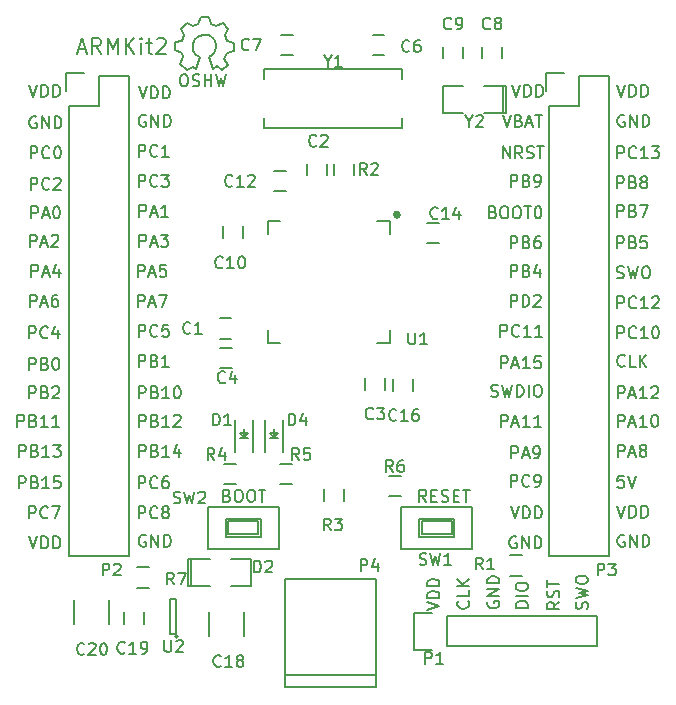
<source format=gbr>
G04 #@! TF.FileFunction,Legend,Top*
%FSLAX46Y46*%
G04 Gerber Fmt 4.6, Leading zero omitted, Abs format (unit mm)*
G04 Created by KiCad (PCBNEW 4.0.0-rc2-stable) date 11/24/2015 8:04:16 PM*
%MOMM*%
G01*
G04 APERTURE LIST*
%ADD10C,0.100000*%
%ADD11C,0.163200*%
%ADD12C,0.203200*%
%ADD13C,0.204000*%
%ADD14C,0.350000*%
%ADD15C,0.150000*%
G04 APERTURE END LIST*
D10*
D11*
X62949667Y-87454619D02*
X63143190Y-87454619D01*
X63239952Y-87503000D01*
X63336714Y-87599762D01*
X63385095Y-87793286D01*
X63385095Y-88131952D01*
X63336714Y-88325476D01*
X63239952Y-88422238D01*
X63143190Y-88470619D01*
X62949667Y-88470619D01*
X62852905Y-88422238D01*
X62756143Y-88325476D01*
X62707762Y-88131952D01*
X62707762Y-87793286D01*
X62756143Y-87599762D01*
X62852905Y-87503000D01*
X62949667Y-87454619D01*
X63772143Y-88422238D02*
X63917286Y-88470619D01*
X64159190Y-88470619D01*
X64255952Y-88422238D01*
X64304333Y-88373857D01*
X64352714Y-88277095D01*
X64352714Y-88180333D01*
X64304333Y-88083571D01*
X64255952Y-88035190D01*
X64159190Y-87986810D01*
X63965667Y-87938429D01*
X63868905Y-87890048D01*
X63820524Y-87841667D01*
X63772143Y-87744905D01*
X63772143Y-87648143D01*
X63820524Y-87551381D01*
X63868905Y-87503000D01*
X63965667Y-87454619D01*
X64207571Y-87454619D01*
X64352714Y-87503000D01*
X64788143Y-88470619D02*
X64788143Y-87454619D01*
X64788143Y-87938429D02*
X65368714Y-87938429D01*
X65368714Y-88470619D02*
X65368714Y-87454619D01*
X65755762Y-87454619D02*
X65997667Y-88470619D01*
X66191190Y-87744905D01*
X66384714Y-88470619D01*
X66626619Y-87454619D01*
D12*
X100263476Y-121427119D02*
X99779667Y-121427119D01*
X99731286Y-121910929D01*
X99779667Y-121862548D01*
X99876429Y-121814167D01*
X100118333Y-121814167D01*
X100215095Y-121862548D01*
X100263476Y-121910929D01*
X100311857Y-122007690D01*
X100311857Y-122249595D01*
X100263476Y-122346357D01*
X100215095Y-122394738D01*
X100118333Y-122443119D01*
X99876429Y-122443119D01*
X99779667Y-122394738D01*
X99731286Y-122346357D01*
X100602143Y-121427119D02*
X100940810Y-122443119D01*
X101279476Y-121427119D01*
X83550881Y-123649619D02*
X83212215Y-123165810D01*
X82970310Y-123649619D02*
X82970310Y-122633619D01*
X83357357Y-122633619D01*
X83454119Y-122682000D01*
X83502500Y-122730381D01*
X83550881Y-122827143D01*
X83550881Y-122972286D01*
X83502500Y-123069048D01*
X83454119Y-123117429D01*
X83357357Y-123165810D01*
X82970310Y-123165810D01*
X83986310Y-123117429D02*
X84324976Y-123117429D01*
X84470119Y-123649619D02*
X83986310Y-123649619D01*
X83986310Y-122633619D01*
X84470119Y-122633619D01*
X84857167Y-123601238D02*
X85002310Y-123649619D01*
X85244214Y-123649619D01*
X85340976Y-123601238D01*
X85389357Y-123552857D01*
X85437738Y-123456095D01*
X85437738Y-123359333D01*
X85389357Y-123262571D01*
X85340976Y-123214190D01*
X85244214Y-123165810D01*
X85050691Y-123117429D01*
X84953929Y-123069048D01*
X84905548Y-123020667D01*
X84857167Y-122923905D01*
X84857167Y-122827143D01*
X84905548Y-122730381D01*
X84953929Y-122682000D01*
X85050691Y-122633619D01*
X85292595Y-122633619D01*
X85437738Y-122682000D01*
X85873167Y-123117429D02*
X86211833Y-123117429D01*
X86356976Y-123649619D02*
X85873167Y-123649619D01*
X85873167Y-122633619D01*
X86356976Y-122633619D01*
X86647262Y-122633619D02*
X87227833Y-122633619D01*
X86937548Y-123649619D02*
X86937548Y-122633619D01*
X66693143Y-123117429D02*
X66838286Y-123165810D01*
X66886667Y-123214190D01*
X66935048Y-123310952D01*
X66935048Y-123456095D01*
X66886667Y-123552857D01*
X66838286Y-123601238D01*
X66741524Y-123649619D01*
X66354477Y-123649619D01*
X66354477Y-122633619D01*
X66693143Y-122633619D01*
X66789905Y-122682000D01*
X66838286Y-122730381D01*
X66886667Y-122827143D01*
X66886667Y-122923905D01*
X66838286Y-123020667D01*
X66789905Y-123069048D01*
X66693143Y-123117429D01*
X66354477Y-123117429D01*
X67564001Y-122633619D02*
X67757524Y-122633619D01*
X67854286Y-122682000D01*
X67951048Y-122778762D01*
X67999429Y-122972286D01*
X67999429Y-123310952D01*
X67951048Y-123504476D01*
X67854286Y-123601238D01*
X67757524Y-123649619D01*
X67564001Y-123649619D01*
X67467239Y-123601238D01*
X67370477Y-123504476D01*
X67322096Y-123310952D01*
X67322096Y-122972286D01*
X67370477Y-122778762D01*
X67467239Y-122682000D01*
X67564001Y-122633619D01*
X68628382Y-122633619D02*
X68821905Y-122633619D01*
X68918667Y-122682000D01*
X69015429Y-122778762D01*
X69063810Y-122972286D01*
X69063810Y-123310952D01*
X69015429Y-123504476D01*
X68918667Y-123601238D01*
X68821905Y-123649619D01*
X68628382Y-123649619D01*
X68531620Y-123601238D01*
X68434858Y-123504476D01*
X68386477Y-123310952D01*
X68386477Y-122972286D01*
X68434858Y-122778762D01*
X68531620Y-122682000D01*
X68628382Y-122633619D01*
X69354096Y-122633619D02*
X69934667Y-122633619D01*
X69644382Y-123649619D02*
X69644382Y-122633619D01*
X90024858Y-90883619D02*
X90363525Y-91899619D01*
X90702191Y-90883619D01*
X91379524Y-91367429D02*
X91524667Y-91415810D01*
X91573048Y-91464190D01*
X91621429Y-91560952D01*
X91621429Y-91706095D01*
X91573048Y-91802857D01*
X91524667Y-91851238D01*
X91427905Y-91899619D01*
X91040858Y-91899619D01*
X91040858Y-90883619D01*
X91379524Y-90883619D01*
X91476286Y-90932000D01*
X91524667Y-90980381D01*
X91573048Y-91077143D01*
X91573048Y-91173905D01*
X91524667Y-91270667D01*
X91476286Y-91319048D01*
X91379524Y-91367429D01*
X91040858Y-91367429D01*
X92008477Y-91609333D02*
X92492286Y-91609333D01*
X91911715Y-91899619D02*
X92250382Y-90883619D01*
X92589048Y-91899619D01*
X92782572Y-90883619D02*
X93363143Y-90883619D01*
X93072858Y-91899619D02*
X93072858Y-90883619D01*
X97185238Y-132721047D02*
X97233619Y-132575904D01*
X97233619Y-132334000D01*
X97185238Y-132237238D01*
X97136857Y-132188857D01*
X97040095Y-132140476D01*
X96943333Y-132140476D01*
X96846571Y-132188857D01*
X96798190Y-132237238D01*
X96749810Y-132334000D01*
X96701429Y-132527523D01*
X96653048Y-132624285D01*
X96604667Y-132672666D01*
X96507905Y-132721047D01*
X96411143Y-132721047D01*
X96314381Y-132672666D01*
X96266000Y-132624285D01*
X96217619Y-132527523D01*
X96217619Y-132285619D01*
X96266000Y-132140476D01*
X96217619Y-131801809D02*
X97233619Y-131559904D01*
X96507905Y-131366381D01*
X97233619Y-131172857D01*
X96217619Y-130930952D01*
X96217619Y-130350380D02*
X96217619Y-130156857D01*
X96266000Y-130060095D01*
X96362762Y-129963333D01*
X96556286Y-129914952D01*
X96894952Y-129914952D01*
X97088476Y-129963333D01*
X97185238Y-130060095D01*
X97233619Y-130156857D01*
X97233619Y-130350380D01*
X97185238Y-130447142D01*
X97088476Y-130543904D01*
X96894952Y-130592285D01*
X96556286Y-130592285D01*
X96362762Y-130543904D01*
X96266000Y-130447142D01*
X96217619Y-130350380D01*
X94820619Y-132128381D02*
X94336810Y-132467047D01*
X94820619Y-132708952D02*
X93804619Y-132708952D01*
X93804619Y-132321905D01*
X93853000Y-132225143D01*
X93901381Y-132176762D01*
X93998143Y-132128381D01*
X94143286Y-132128381D01*
X94240048Y-132176762D01*
X94288429Y-132225143D01*
X94336810Y-132321905D01*
X94336810Y-132708952D01*
X94772238Y-131741333D02*
X94820619Y-131596190D01*
X94820619Y-131354286D01*
X94772238Y-131257524D01*
X94723857Y-131209143D01*
X94627095Y-131160762D01*
X94530333Y-131160762D01*
X94433571Y-131209143D01*
X94385190Y-131257524D01*
X94336810Y-131354286D01*
X94288429Y-131547809D01*
X94240048Y-131644571D01*
X94191667Y-131692952D01*
X94094905Y-131741333D01*
X93998143Y-131741333D01*
X93901381Y-131692952D01*
X93853000Y-131644571D01*
X93804619Y-131547809D01*
X93804619Y-131305905D01*
X93853000Y-131160762D01*
X93804619Y-130870476D02*
X93804619Y-130289905D01*
X94820619Y-130580190D02*
X93804619Y-130580190D01*
X92153619Y-132612190D02*
X91137619Y-132612190D01*
X91137619Y-132370285D01*
X91186000Y-132225143D01*
X91282762Y-132128381D01*
X91379524Y-132080000D01*
X91573048Y-132031619D01*
X91718190Y-132031619D01*
X91911714Y-132080000D01*
X92008476Y-132128381D01*
X92105238Y-132225143D01*
X92153619Y-132370285D01*
X92153619Y-132612190D01*
X92153619Y-131596190D02*
X91137619Y-131596190D01*
X91137619Y-130918856D02*
X91137619Y-130725333D01*
X91186000Y-130628571D01*
X91282762Y-130531809D01*
X91476286Y-130483428D01*
X91814952Y-130483428D01*
X92008476Y-130531809D01*
X92105238Y-130628571D01*
X92153619Y-130725333D01*
X92153619Y-130918856D01*
X92105238Y-131015618D01*
X92008476Y-131112380D01*
X91814952Y-131160761D01*
X91476286Y-131160761D01*
X91282762Y-131112380D01*
X91186000Y-131015618D01*
X91137619Y-130918856D01*
X88773000Y-132092095D02*
X88724619Y-132188857D01*
X88724619Y-132334000D01*
X88773000Y-132479142D01*
X88869762Y-132575904D01*
X88966524Y-132624285D01*
X89160048Y-132672666D01*
X89305190Y-132672666D01*
X89498714Y-132624285D01*
X89595476Y-132575904D01*
X89692238Y-132479142D01*
X89740619Y-132334000D01*
X89740619Y-132237238D01*
X89692238Y-132092095D01*
X89643857Y-132043714D01*
X89305190Y-132043714D01*
X89305190Y-132237238D01*
X89740619Y-131608285D02*
X88724619Y-131608285D01*
X89740619Y-131027714D01*
X88724619Y-131027714D01*
X89740619Y-130543904D02*
X88724619Y-130543904D01*
X88724619Y-130301999D01*
X88773000Y-130156857D01*
X88869762Y-130060095D01*
X88966524Y-130011714D01*
X89160048Y-129963333D01*
X89305190Y-129963333D01*
X89498714Y-130011714D01*
X89595476Y-130060095D01*
X89692238Y-130156857D01*
X89740619Y-130301999D01*
X89740619Y-130543904D01*
X87103857Y-132049762D02*
X87152238Y-132098143D01*
X87200619Y-132243286D01*
X87200619Y-132340048D01*
X87152238Y-132485190D01*
X87055476Y-132581952D01*
X86958714Y-132630333D01*
X86765190Y-132678714D01*
X86620048Y-132678714D01*
X86426524Y-132630333D01*
X86329762Y-132581952D01*
X86233000Y-132485190D01*
X86184619Y-132340048D01*
X86184619Y-132243286D01*
X86233000Y-132098143D01*
X86281381Y-132049762D01*
X87200619Y-131130524D02*
X87200619Y-131614333D01*
X86184619Y-131614333D01*
X87200619Y-130791857D02*
X86184619Y-130791857D01*
X87200619Y-130211286D02*
X86620048Y-130646714D01*
X86184619Y-130211286D02*
X86765190Y-130791857D01*
X83644619Y-132799666D02*
X84660619Y-132460999D01*
X83644619Y-132122333D01*
X84660619Y-131783666D02*
X83644619Y-131783666D01*
X83644619Y-131541761D01*
X83693000Y-131396619D01*
X83789762Y-131299857D01*
X83886524Y-131251476D01*
X84080048Y-131203095D01*
X84225190Y-131203095D01*
X84418714Y-131251476D01*
X84515476Y-131299857D01*
X84612238Y-131396619D01*
X84660619Y-131541761D01*
X84660619Y-131783666D01*
X84660619Y-130767666D02*
X83644619Y-130767666D01*
X83644619Y-130525761D01*
X83693000Y-130380619D01*
X83789762Y-130283857D01*
X83886524Y-130235476D01*
X84080048Y-130187095D01*
X84225190Y-130187095D01*
X84418714Y-130235476D01*
X84515476Y-130283857D01*
X84612238Y-130380619D01*
X84660619Y-130525761D01*
X84660619Y-130767666D01*
D13*
X54087667Y-85309333D02*
X54714333Y-85309333D01*
X53962333Y-85685333D02*
X54401000Y-84369333D01*
X54839667Y-85685333D01*
X56030333Y-85685333D02*
X55591667Y-85058667D01*
X55278333Y-85685333D02*
X55278333Y-84369333D01*
X55779667Y-84369333D01*
X55905000Y-84432000D01*
X55967667Y-84494667D01*
X56030333Y-84620000D01*
X56030333Y-84808000D01*
X55967667Y-84933333D01*
X55905000Y-84996000D01*
X55779667Y-85058667D01*
X55278333Y-85058667D01*
X56594333Y-85685333D02*
X56594333Y-84369333D01*
X57033000Y-85309333D01*
X57471667Y-84369333D01*
X57471667Y-85685333D01*
X58098333Y-85685333D02*
X58098333Y-84369333D01*
X58850333Y-85685333D02*
X58286333Y-84933333D01*
X58850333Y-84369333D02*
X58098333Y-85121333D01*
X59414333Y-85685333D02*
X59414333Y-84808000D01*
X59414333Y-84369333D02*
X59351667Y-84432000D01*
X59414333Y-84494667D01*
X59477000Y-84432000D01*
X59414333Y-84369333D01*
X59414333Y-84494667D01*
X59853000Y-84808000D02*
X60354334Y-84808000D01*
X60041000Y-84369333D02*
X60041000Y-85497333D01*
X60103667Y-85622667D01*
X60229000Y-85685333D01*
X60354334Y-85685333D01*
X60730334Y-84494667D02*
X60793000Y-84432000D01*
X60918334Y-84369333D01*
X61231667Y-84369333D01*
X61357000Y-84432000D01*
X61419667Y-84494667D01*
X61482334Y-84620000D01*
X61482334Y-84745333D01*
X61419667Y-84933333D01*
X60667667Y-85685333D01*
X61482334Y-85685333D01*
D12*
X90690096Y-122379619D02*
X90690096Y-121363619D01*
X91077143Y-121363619D01*
X91173905Y-121412000D01*
X91222286Y-121460381D01*
X91270667Y-121557143D01*
X91270667Y-121702286D01*
X91222286Y-121799048D01*
X91173905Y-121847429D01*
X91077143Y-121895810D01*
X90690096Y-121895810D01*
X92286667Y-122282857D02*
X92238286Y-122331238D01*
X92093143Y-122379619D01*
X91996381Y-122379619D01*
X91851239Y-122331238D01*
X91754477Y-122234476D01*
X91706096Y-122137714D01*
X91657715Y-121944190D01*
X91657715Y-121799048D01*
X91706096Y-121605524D01*
X91754477Y-121508762D01*
X91851239Y-121412000D01*
X91996381Y-121363619D01*
X92093143Y-121363619D01*
X92238286Y-121412000D01*
X92286667Y-121460381D01*
X92770477Y-122379619D02*
X92964001Y-122379619D01*
X93060762Y-122331238D01*
X93109143Y-122282857D01*
X93205905Y-122137714D01*
X93254286Y-121944190D01*
X93254286Y-121557143D01*
X93205905Y-121460381D01*
X93157524Y-121412000D01*
X93060762Y-121363619D01*
X92867239Y-121363619D01*
X92770477Y-121412000D01*
X92722096Y-121460381D01*
X92673715Y-121557143D01*
X92673715Y-121799048D01*
X92722096Y-121895810D01*
X92770477Y-121944190D01*
X92867239Y-121992571D01*
X93060762Y-121992571D01*
X93157524Y-121944190D01*
X93205905Y-121895810D01*
X93254286Y-121799048D01*
X90720334Y-124030619D02*
X91059001Y-125046619D01*
X91397667Y-124030619D01*
X91736334Y-125046619D02*
X91736334Y-124030619D01*
X91978239Y-124030619D01*
X92123381Y-124079000D01*
X92220143Y-124175762D01*
X92268524Y-124272524D01*
X92316905Y-124466048D01*
X92316905Y-124611190D01*
X92268524Y-124804714D01*
X92220143Y-124901476D01*
X92123381Y-124998238D01*
X91978239Y-125046619D01*
X91736334Y-125046619D01*
X92752334Y-125046619D02*
X92752334Y-124030619D01*
X92994239Y-124030619D01*
X93139381Y-124079000D01*
X93236143Y-124175762D01*
X93284524Y-124272524D01*
X93332905Y-124466048D01*
X93332905Y-124611190D01*
X93284524Y-124804714D01*
X93236143Y-124901476D01*
X93139381Y-124998238D01*
X92994239Y-125046619D01*
X92752334Y-125046619D01*
X91173905Y-126619000D02*
X91077143Y-126570619D01*
X90932000Y-126570619D01*
X90786858Y-126619000D01*
X90690096Y-126715762D01*
X90641715Y-126812524D01*
X90593334Y-127006048D01*
X90593334Y-127151190D01*
X90641715Y-127344714D01*
X90690096Y-127441476D01*
X90786858Y-127538238D01*
X90932000Y-127586619D01*
X91028762Y-127586619D01*
X91173905Y-127538238D01*
X91222286Y-127489857D01*
X91222286Y-127151190D01*
X91028762Y-127151190D01*
X91657715Y-127586619D02*
X91657715Y-126570619D01*
X92238286Y-127586619D01*
X92238286Y-126570619D01*
X92722096Y-127586619D02*
X92722096Y-126570619D01*
X92964001Y-126570619D01*
X93109143Y-126619000D01*
X93205905Y-126715762D01*
X93254286Y-126812524D01*
X93302667Y-127006048D01*
X93302667Y-127151190D01*
X93254286Y-127344714D01*
X93205905Y-127441476D01*
X93109143Y-127538238D01*
X92964001Y-127586619D01*
X92722096Y-127586619D01*
X100317905Y-126492000D02*
X100221143Y-126443619D01*
X100076000Y-126443619D01*
X99930858Y-126492000D01*
X99834096Y-126588762D01*
X99785715Y-126685524D01*
X99737334Y-126879048D01*
X99737334Y-127024190D01*
X99785715Y-127217714D01*
X99834096Y-127314476D01*
X99930858Y-127411238D01*
X100076000Y-127459619D01*
X100172762Y-127459619D01*
X100317905Y-127411238D01*
X100366286Y-127362857D01*
X100366286Y-127024190D01*
X100172762Y-127024190D01*
X100801715Y-127459619D02*
X100801715Y-126443619D01*
X101382286Y-127459619D01*
X101382286Y-126443619D01*
X101866096Y-127459619D02*
X101866096Y-126443619D01*
X102108001Y-126443619D01*
X102253143Y-126492000D01*
X102349905Y-126588762D01*
X102398286Y-126685524D01*
X102446667Y-126879048D01*
X102446667Y-127024190D01*
X102398286Y-127217714D01*
X102349905Y-127314476D01*
X102253143Y-127411238D01*
X102108001Y-127459619D01*
X101866096Y-127459619D01*
X99737334Y-123967119D02*
X100076001Y-124983119D01*
X100414667Y-123967119D01*
X100753334Y-124983119D02*
X100753334Y-123967119D01*
X100995239Y-123967119D01*
X101140381Y-124015500D01*
X101237143Y-124112262D01*
X101285524Y-124209024D01*
X101333905Y-124402548D01*
X101333905Y-124547690D01*
X101285524Y-124741214D01*
X101237143Y-124837976D01*
X101140381Y-124934738D01*
X100995239Y-124983119D01*
X100753334Y-124983119D01*
X101769334Y-124983119D02*
X101769334Y-123967119D01*
X102011239Y-123967119D01*
X102156381Y-124015500D01*
X102253143Y-124112262D01*
X102301524Y-124209024D01*
X102349905Y-124402548D01*
X102349905Y-124547690D01*
X102301524Y-124741214D01*
X102253143Y-124837976D01*
X102156381Y-124934738D01*
X102011239Y-124983119D01*
X101769334Y-124983119D01*
X90762667Y-119966619D02*
X90762667Y-118950619D01*
X91149714Y-118950619D01*
X91246476Y-118999000D01*
X91294857Y-119047381D01*
X91343238Y-119144143D01*
X91343238Y-119289286D01*
X91294857Y-119386048D01*
X91246476Y-119434429D01*
X91149714Y-119482810D01*
X90762667Y-119482810D01*
X91730286Y-119676333D02*
X92214095Y-119676333D01*
X91633524Y-119966619D02*
X91972191Y-118950619D01*
X92310857Y-119966619D01*
X92697905Y-119966619D02*
X92891429Y-119966619D01*
X92988190Y-119918238D01*
X93036571Y-119869857D01*
X93133333Y-119724714D01*
X93181714Y-119531190D01*
X93181714Y-119144143D01*
X93133333Y-119047381D01*
X93084952Y-118999000D01*
X92988190Y-118950619D01*
X92794667Y-118950619D01*
X92697905Y-118999000D01*
X92649524Y-119047381D01*
X92601143Y-119144143D01*
X92601143Y-119386048D01*
X92649524Y-119482810D01*
X92697905Y-119531190D01*
X92794667Y-119579571D01*
X92988190Y-119579571D01*
X93084952Y-119531190D01*
X93133333Y-119482810D01*
X93181714Y-119386048D01*
X99779667Y-119839619D02*
X99779667Y-118823619D01*
X100166714Y-118823619D01*
X100263476Y-118872000D01*
X100311857Y-118920381D01*
X100360238Y-119017143D01*
X100360238Y-119162286D01*
X100311857Y-119259048D01*
X100263476Y-119307429D01*
X100166714Y-119355810D01*
X99779667Y-119355810D01*
X100747286Y-119549333D02*
X101231095Y-119549333D01*
X100650524Y-119839619D02*
X100989191Y-118823619D01*
X101327857Y-119839619D01*
X101811667Y-119259048D02*
X101714905Y-119210667D01*
X101666524Y-119162286D01*
X101618143Y-119065524D01*
X101618143Y-119017143D01*
X101666524Y-118920381D01*
X101714905Y-118872000D01*
X101811667Y-118823619D01*
X102005190Y-118823619D01*
X102101952Y-118872000D01*
X102150333Y-118920381D01*
X102198714Y-119017143D01*
X102198714Y-119065524D01*
X102150333Y-119162286D01*
X102101952Y-119210667D01*
X102005190Y-119259048D01*
X101811667Y-119259048D01*
X101714905Y-119307429D01*
X101666524Y-119355810D01*
X101618143Y-119452571D01*
X101618143Y-119646095D01*
X101666524Y-119742857D01*
X101714905Y-119791238D01*
X101811667Y-119839619D01*
X102005190Y-119839619D01*
X102101952Y-119791238D01*
X102150333Y-119742857D01*
X102198714Y-119646095D01*
X102198714Y-119452571D01*
X102150333Y-119355810D01*
X102101952Y-119307429D01*
X102005190Y-119259048D01*
X89897858Y-117299619D02*
X89897858Y-116283619D01*
X90284905Y-116283619D01*
X90381667Y-116332000D01*
X90430048Y-116380381D01*
X90478429Y-116477143D01*
X90478429Y-116622286D01*
X90430048Y-116719048D01*
X90381667Y-116767429D01*
X90284905Y-116815810D01*
X89897858Y-116815810D01*
X90865477Y-117009333D02*
X91349286Y-117009333D01*
X90768715Y-117299619D02*
X91107382Y-116283619D01*
X91446048Y-117299619D01*
X92316905Y-117299619D02*
X91736334Y-117299619D01*
X92026620Y-117299619D02*
X92026620Y-116283619D01*
X91929858Y-116428762D01*
X91833096Y-116525524D01*
X91736334Y-116573905D01*
X93284524Y-117299619D02*
X92703953Y-117299619D01*
X92994239Y-117299619D02*
X92994239Y-116283619D01*
X92897477Y-116428762D01*
X92800715Y-116525524D01*
X92703953Y-116573905D01*
X99803858Y-117299619D02*
X99803858Y-116283619D01*
X100190905Y-116283619D01*
X100287667Y-116332000D01*
X100336048Y-116380381D01*
X100384429Y-116477143D01*
X100384429Y-116622286D01*
X100336048Y-116719048D01*
X100287667Y-116767429D01*
X100190905Y-116815810D01*
X99803858Y-116815810D01*
X100771477Y-117009333D02*
X101255286Y-117009333D01*
X100674715Y-117299619D02*
X101013382Y-116283619D01*
X101352048Y-117299619D01*
X102222905Y-117299619D02*
X101642334Y-117299619D01*
X101932620Y-117299619D02*
X101932620Y-116283619D01*
X101835858Y-116428762D01*
X101739096Y-116525524D01*
X101642334Y-116573905D01*
X102851858Y-116283619D02*
X102948619Y-116283619D01*
X103045381Y-116332000D01*
X103093762Y-116380381D01*
X103142143Y-116477143D01*
X103190524Y-116670667D01*
X103190524Y-116912571D01*
X103142143Y-117106095D01*
X103093762Y-117202857D01*
X103045381Y-117251238D01*
X102948619Y-117299619D01*
X102851858Y-117299619D01*
X102755096Y-117251238D01*
X102706715Y-117202857D01*
X102658334Y-117106095D01*
X102609953Y-116912571D01*
X102609953Y-116670667D01*
X102658334Y-116477143D01*
X102706715Y-116380381D01*
X102755096Y-116332000D01*
X102851858Y-116283619D01*
X99803858Y-114886619D02*
X99803858Y-113870619D01*
X100190905Y-113870619D01*
X100287667Y-113919000D01*
X100336048Y-113967381D01*
X100384429Y-114064143D01*
X100384429Y-114209286D01*
X100336048Y-114306048D01*
X100287667Y-114354429D01*
X100190905Y-114402810D01*
X99803858Y-114402810D01*
X100771477Y-114596333D02*
X101255286Y-114596333D01*
X100674715Y-114886619D02*
X101013382Y-113870619D01*
X101352048Y-114886619D01*
X102222905Y-114886619D02*
X101642334Y-114886619D01*
X101932620Y-114886619D02*
X101932620Y-113870619D01*
X101835858Y-114015762D01*
X101739096Y-114112524D01*
X101642334Y-114160905D01*
X102609953Y-113967381D02*
X102658334Y-113919000D01*
X102755096Y-113870619D01*
X102997000Y-113870619D01*
X103093762Y-113919000D01*
X103142143Y-113967381D01*
X103190524Y-114064143D01*
X103190524Y-114160905D01*
X103142143Y-114306048D01*
X102561572Y-114886619D01*
X103190524Y-114886619D01*
X89033048Y-114711238D02*
X89178191Y-114759619D01*
X89420095Y-114759619D01*
X89516857Y-114711238D01*
X89565238Y-114662857D01*
X89613619Y-114566095D01*
X89613619Y-114469333D01*
X89565238Y-114372571D01*
X89516857Y-114324190D01*
X89420095Y-114275810D01*
X89226572Y-114227429D01*
X89129810Y-114179048D01*
X89081429Y-114130667D01*
X89033048Y-114033905D01*
X89033048Y-113937143D01*
X89081429Y-113840381D01*
X89129810Y-113792000D01*
X89226572Y-113743619D01*
X89468476Y-113743619D01*
X89613619Y-113792000D01*
X89952286Y-113743619D02*
X90194191Y-114759619D01*
X90387714Y-114033905D01*
X90581238Y-114759619D01*
X90823143Y-113743619D01*
X91210191Y-114759619D02*
X91210191Y-113743619D01*
X91452096Y-113743619D01*
X91597238Y-113792000D01*
X91694000Y-113888762D01*
X91742381Y-113985524D01*
X91790762Y-114179048D01*
X91790762Y-114324190D01*
X91742381Y-114517714D01*
X91694000Y-114614476D01*
X91597238Y-114711238D01*
X91452096Y-114759619D01*
X91210191Y-114759619D01*
X92226191Y-114759619D02*
X92226191Y-113743619D01*
X92903525Y-113743619D02*
X93097048Y-113743619D01*
X93193810Y-113792000D01*
X93290572Y-113888762D01*
X93338953Y-114082286D01*
X93338953Y-114420952D01*
X93290572Y-114614476D01*
X93193810Y-114711238D01*
X93097048Y-114759619D01*
X92903525Y-114759619D01*
X92806763Y-114711238D01*
X92710001Y-114614476D01*
X92661620Y-114420952D01*
X92661620Y-114082286D01*
X92710001Y-113888762D01*
X92806763Y-113792000D01*
X92903525Y-113743619D01*
X89897858Y-112346619D02*
X89897858Y-111330619D01*
X90284905Y-111330619D01*
X90381667Y-111379000D01*
X90430048Y-111427381D01*
X90478429Y-111524143D01*
X90478429Y-111669286D01*
X90430048Y-111766048D01*
X90381667Y-111814429D01*
X90284905Y-111862810D01*
X89897858Y-111862810D01*
X90865477Y-112056333D02*
X91349286Y-112056333D01*
X90768715Y-112346619D02*
X91107382Y-111330619D01*
X91446048Y-112346619D01*
X92316905Y-112346619D02*
X91736334Y-112346619D01*
X92026620Y-112346619D02*
X92026620Y-111330619D01*
X91929858Y-111475762D01*
X91833096Y-111572524D01*
X91736334Y-111620905D01*
X93236143Y-111330619D02*
X92752334Y-111330619D01*
X92703953Y-111814429D01*
X92752334Y-111766048D01*
X92849096Y-111717667D01*
X93091000Y-111717667D01*
X93187762Y-111766048D01*
X93236143Y-111814429D01*
X93284524Y-111911190D01*
X93284524Y-112153095D01*
X93236143Y-112249857D01*
X93187762Y-112298238D01*
X93091000Y-112346619D01*
X92849096Y-112346619D01*
X92752334Y-112298238D01*
X92703953Y-112249857D01*
X89825286Y-109679619D02*
X89825286Y-108663619D01*
X90212333Y-108663619D01*
X90309095Y-108712000D01*
X90357476Y-108760381D01*
X90405857Y-108857143D01*
X90405857Y-109002286D01*
X90357476Y-109099048D01*
X90309095Y-109147429D01*
X90212333Y-109195810D01*
X89825286Y-109195810D01*
X91421857Y-109582857D02*
X91373476Y-109631238D01*
X91228333Y-109679619D01*
X91131571Y-109679619D01*
X90986429Y-109631238D01*
X90889667Y-109534476D01*
X90841286Y-109437714D01*
X90792905Y-109244190D01*
X90792905Y-109099048D01*
X90841286Y-108905524D01*
X90889667Y-108808762D01*
X90986429Y-108712000D01*
X91131571Y-108663619D01*
X91228333Y-108663619D01*
X91373476Y-108712000D01*
X91421857Y-108760381D01*
X92389476Y-109679619D02*
X91808905Y-109679619D01*
X92099191Y-109679619D02*
X92099191Y-108663619D01*
X92002429Y-108808762D01*
X91905667Y-108905524D01*
X91808905Y-108953905D01*
X93357095Y-109679619D02*
X92776524Y-109679619D01*
X93066810Y-109679619D02*
X93066810Y-108663619D01*
X92970048Y-108808762D01*
X92873286Y-108905524D01*
X92776524Y-108953905D01*
X100360238Y-112122857D02*
X100311857Y-112171238D01*
X100166714Y-112219619D01*
X100069952Y-112219619D01*
X99924810Y-112171238D01*
X99828048Y-112074476D01*
X99779667Y-111977714D01*
X99731286Y-111784190D01*
X99731286Y-111639048D01*
X99779667Y-111445524D01*
X99828048Y-111348762D01*
X99924810Y-111252000D01*
X100069952Y-111203619D01*
X100166714Y-111203619D01*
X100311857Y-111252000D01*
X100360238Y-111300381D01*
X101279476Y-112219619D02*
X100795667Y-112219619D01*
X100795667Y-111203619D01*
X101618143Y-112219619D02*
X101618143Y-111203619D01*
X102198714Y-112219619D02*
X101763286Y-111639048D01*
X102198714Y-111203619D02*
X101618143Y-111784190D01*
X90690096Y-107139619D02*
X90690096Y-106123619D01*
X91077143Y-106123619D01*
X91173905Y-106172000D01*
X91222286Y-106220381D01*
X91270667Y-106317143D01*
X91270667Y-106462286D01*
X91222286Y-106559048D01*
X91173905Y-106607429D01*
X91077143Y-106655810D01*
X90690096Y-106655810D01*
X91706096Y-107139619D02*
X91706096Y-106123619D01*
X91948001Y-106123619D01*
X92093143Y-106172000D01*
X92189905Y-106268762D01*
X92238286Y-106365524D01*
X92286667Y-106559048D01*
X92286667Y-106704190D01*
X92238286Y-106897714D01*
X92189905Y-106994476D01*
X92093143Y-107091238D01*
X91948001Y-107139619D01*
X91706096Y-107139619D01*
X92673715Y-106220381D02*
X92722096Y-106172000D01*
X92818858Y-106123619D01*
X93060762Y-106123619D01*
X93157524Y-106172000D01*
X93205905Y-106220381D01*
X93254286Y-106317143D01*
X93254286Y-106413905D01*
X93205905Y-106559048D01*
X92625334Y-107139619D01*
X93254286Y-107139619D01*
X90690096Y-104599619D02*
X90690096Y-103583619D01*
X91077143Y-103583619D01*
X91173905Y-103632000D01*
X91222286Y-103680381D01*
X91270667Y-103777143D01*
X91270667Y-103922286D01*
X91222286Y-104019048D01*
X91173905Y-104067429D01*
X91077143Y-104115810D01*
X90690096Y-104115810D01*
X92044762Y-104067429D02*
X92189905Y-104115810D01*
X92238286Y-104164190D01*
X92286667Y-104260952D01*
X92286667Y-104406095D01*
X92238286Y-104502857D01*
X92189905Y-104551238D01*
X92093143Y-104599619D01*
X91706096Y-104599619D01*
X91706096Y-103583619D01*
X92044762Y-103583619D01*
X92141524Y-103632000D01*
X92189905Y-103680381D01*
X92238286Y-103777143D01*
X92238286Y-103873905D01*
X92189905Y-103970667D01*
X92141524Y-104019048D01*
X92044762Y-104067429D01*
X91706096Y-104067429D01*
X93157524Y-103922286D02*
X93157524Y-104599619D01*
X92915620Y-103535238D02*
X92673715Y-104260952D01*
X93302667Y-104260952D01*
X90690096Y-102186619D02*
X90690096Y-101170619D01*
X91077143Y-101170619D01*
X91173905Y-101219000D01*
X91222286Y-101267381D01*
X91270667Y-101364143D01*
X91270667Y-101509286D01*
X91222286Y-101606048D01*
X91173905Y-101654429D01*
X91077143Y-101702810D01*
X90690096Y-101702810D01*
X92044762Y-101654429D02*
X92189905Y-101702810D01*
X92238286Y-101751190D01*
X92286667Y-101847952D01*
X92286667Y-101993095D01*
X92238286Y-102089857D01*
X92189905Y-102138238D01*
X92093143Y-102186619D01*
X91706096Y-102186619D01*
X91706096Y-101170619D01*
X92044762Y-101170619D01*
X92141524Y-101219000D01*
X92189905Y-101267381D01*
X92238286Y-101364143D01*
X92238286Y-101460905D01*
X92189905Y-101557667D01*
X92141524Y-101606048D01*
X92044762Y-101654429D01*
X91706096Y-101654429D01*
X93157524Y-101170619D02*
X92964001Y-101170619D01*
X92867239Y-101219000D01*
X92818858Y-101267381D01*
X92722096Y-101412524D01*
X92673715Y-101606048D01*
X92673715Y-101993095D01*
X92722096Y-102089857D01*
X92770477Y-102138238D01*
X92867239Y-102186619D01*
X93060762Y-102186619D01*
X93157524Y-102138238D01*
X93205905Y-102089857D01*
X93254286Y-101993095D01*
X93254286Y-101751190D01*
X93205905Y-101654429D01*
X93157524Y-101606048D01*
X93060762Y-101557667D01*
X92867239Y-101557667D01*
X92770477Y-101606048D01*
X92722096Y-101654429D01*
X92673715Y-101751190D01*
X99731286Y-109806619D02*
X99731286Y-108790619D01*
X100118333Y-108790619D01*
X100215095Y-108839000D01*
X100263476Y-108887381D01*
X100311857Y-108984143D01*
X100311857Y-109129286D01*
X100263476Y-109226048D01*
X100215095Y-109274429D01*
X100118333Y-109322810D01*
X99731286Y-109322810D01*
X101327857Y-109709857D02*
X101279476Y-109758238D01*
X101134333Y-109806619D01*
X101037571Y-109806619D01*
X100892429Y-109758238D01*
X100795667Y-109661476D01*
X100747286Y-109564714D01*
X100698905Y-109371190D01*
X100698905Y-109226048D01*
X100747286Y-109032524D01*
X100795667Y-108935762D01*
X100892429Y-108839000D01*
X101037571Y-108790619D01*
X101134333Y-108790619D01*
X101279476Y-108839000D01*
X101327857Y-108887381D01*
X102295476Y-109806619D02*
X101714905Y-109806619D01*
X102005191Y-109806619D02*
X102005191Y-108790619D01*
X101908429Y-108935762D01*
X101811667Y-109032524D01*
X101714905Y-109080905D01*
X102924429Y-108790619D02*
X103021190Y-108790619D01*
X103117952Y-108839000D01*
X103166333Y-108887381D01*
X103214714Y-108984143D01*
X103263095Y-109177667D01*
X103263095Y-109419571D01*
X103214714Y-109613095D01*
X103166333Y-109709857D01*
X103117952Y-109758238D01*
X103021190Y-109806619D01*
X102924429Y-109806619D01*
X102827667Y-109758238D01*
X102779286Y-109709857D01*
X102730905Y-109613095D01*
X102682524Y-109419571D01*
X102682524Y-109177667D01*
X102730905Y-108984143D01*
X102779286Y-108887381D01*
X102827667Y-108839000D01*
X102924429Y-108790619D01*
X99731286Y-107266619D02*
X99731286Y-106250619D01*
X100118333Y-106250619D01*
X100215095Y-106299000D01*
X100263476Y-106347381D01*
X100311857Y-106444143D01*
X100311857Y-106589286D01*
X100263476Y-106686048D01*
X100215095Y-106734429D01*
X100118333Y-106782810D01*
X99731286Y-106782810D01*
X101327857Y-107169857D02*
X101279476Y-107218238D01*
X101134333Y-107266619D01*
X101037571Y-107266619D01*
X100892429Y-107218238D01*
X100795667Y-107121476D01*
X100747286Y-107024714D01*
X100698905Y-106831190D01*
X100698905Y-106686048D01*
X100747286Y-106492524D01*
X100795667Y-106395762D01*
X100892429Y-106299000D01*
X101037571Y-106250619D01*
X101134333Y-106250619D01*
X101279476Y-106299000D01*
X101327857Y-106347381D01*
X102295476Y-107266619D02*
X101714905Y-107266619D01*
X102005191Y-107266619D02*
X102005191Y-106250619D01*
X101908429Y-106395762D01*
X101811667Y-106492524D01*
X101714905Y-106540905D01*
X102682524Y-106347381D02*
X102730905Y-106299000D01*
X102827667Y-106250619D01*
X103069571Y-106250619D01*
X103166333Y-106299000D01*
X103214714Y-106347381D01*
X103263095Y-106444143D01*
X103263095Y-106540905D01*
X103214714Y-106686048D01*
X102634143Y-107266619D01*
X103263095Y-107266619D01*
X99688953Y-104678238D02*
X99834096Y-104726619D01*
X100076000Y-104726619D01*
X100172762Y-104678238D01*
X100221143Y-104629857D01*
X100269524Y-104533095D01*
X100269524Y-104436333D01*
X100221143Y-104339571D01*
X100172762Y-104291190D01*
X100076000Y-104242810D01*
X99882477Y-104194429D01*
X99785715Y-104146048D01*
X99737334Y-104097667D01*
X99688953Y-104000905D01*
X99688953Y-103904143D01*
X99737334Y-103807381D01*
X99785715Y-103759000D01*
X99882477Y-103710619D01*
X100124381Y-103710619D01*
X100269524Y-103759000D01*
X100608191Y-103710619D02*
X100850096Y-104726619D01*
X101043619Y-104000905D01*
X101237143Y-104726619D01*
X101479048Y-103710619D01*
X102059620Y-103710619D02*
X102253143Y-103710619D01*
X102349905Y-103759000D01*
X102446667Y-103855762D01*
X102495048Y-104049286D01*
X102495048Y-104387952D01*
X102446667Y-104581476D01*
X102349905Y-104678238D01*
X102253143Y-104726619D01*
X102059620Y-104726619D01*
X101962858Y-104678238D01*
X101866096Y-104581476D01*
X101817715Y-104387952D01*
X101817715Y-104049286D01*
X101866096Y-103855762D01*
X101962858Y-103759000D01*
X102059620Y-103710619D01*
X99707096Y-102186619D02*
X99707096Y-101170619D01*
X100094143Y-101170619D01*
X100190905Y-101219000D01*
X100239286Y-101267381D01*
X100287667Y-101364143D01*
X100287667Y-101509286D01*
X100239286Y-101606048D01*
X100190905Y-101654429D01*
X100094143Y-101702810D01*
X99707096Y-101702810D01*
X101061762Y-101654429D02*
X101206905Y-101702810D01*
X101255286Y-101751190D01*
X101303667Y-101847952D01*
X101303667Y-101993095D01*
X101255286Y-102089857D01*
X101206905Y-102138238D01*
X101110143Y-102186619D01*
X100723096Y-102186619D01*
X100723096Y-101170619D01*
X101061762Y-101170619D01*
X101158524Y-101219000D01*
X101206905Y-101267381D01*
X101255286Y-101364143D01*
X101255286Y-101460905D01*
X101206905Y-101557667D01*
X101158524Y-101606048D01*
X101061762Y-101654429D01*
X100723096Y-101654429D01*
X102222905Y-101170619D02*
X101739096Y-101170619D01*
X101690715Y-101654429D01*
X101739096Y-101606048D01*
X101835858Y-101557667D01*
X102077762Y-101557667D01*
X102174524Y-101606048D01*
X102222905Y-101654429D01*
X102271286Y-101751190D01*
X102271286Y-101993095D01*
X102222905Y-102089857D01*
X102174524Y-102138238D01*
X102077762Y-102186619D01*
X101835858Y-102186619D01*
X101739096Y-102138238D01*
X101690715Y-102089857D01*
X89196333Y-99114429D02*
X89341476Y-99162810D01*
X89389857Y-99211190D01*
X89438238Y-99307952D01*
X89438238Y-99453095D01*
X89389857Y-99549857D01*
X89341476Y-99598238D01*
X89244714Y-99646619D01*
X88857667Y-99646619D01*
X88857667Y-98630619D01*
X89196333Y-98630619D01*
X89293095Y-98679000D01*
X89341476Y-98727381D01*
X89389857Y-98824143D01*
X89389857Y-98920905D01*
X89341476Y-99017667D01*
X89293095Y-99066048D01*
X89196333Y-99114429D01*
X88857667Y-99114429D01*
X90067191Y-98630619D02*
X90260714Y-98630619D01*
X90357476Y-98679000D01*
X90454238Y-98775762D01*
X90502619Y-98969286D01*
X90502619Y-99307952D01*
X90454238Y-99501476D01*
X90357476Y-99598238D01*
X90260714Y-99646619D01*
X90067191Y-99646619D01*
X89970429Y-99598238D01*
X89873667Y-99501476D01*
X89825286Y-99307952D01*
X89825286Y-98969286D01*
X89873667Y-98775762D01*
X89970429Y-98679000D01*
X90067191Y-98630619D01*
X91131572Y-98630619D02*
X91325095Y-98630619D01*
X91421857Y-98679000D01*
X91518619Y-98775762D01*
X91567000Y-98969286D01*
X91567000Y-99307952D01*
X91518619Y-99501476D01*
X91421857Y-99598238D01*
X91325095Y-99646619D01*
X91131572Y-99646619D01*
X91034810Y-99598238D01*
X90938048Y-99501476D01*
X90889667Y-99307952D01*
X90889667Y-98969286D01*
X90938048Y-98775762D01*
X91034810Y-98679000D01*
X91131572Y-98630619D01*
X91857286Y-98630619D02*
X92437857Y-98630619D01*
X92147572Y-99646619D02*
X92147572Y-98630619D01*
X92970048Y-98630619D02*
X93066809Y-98630619D01*
X93163571Y-98679000D01*
X93211952Y-98727381D01*
X93260333Y-98824143D01*
X93308714Y-99017667D01*
X93308714Y-99259571D01*
X93260333Y-99453095D01*
X93211952Y-99549857D01*
X93163571Y-99598238D01*
X93066809Y-99646619D01*
X92970048Y-99646619D01*
X92873286Y-99598238D01*
X92824905Y-99549857D01*
X92776524Y-99453095D01*
X92728143Y-99259571D01*
X92728143Y-99017667D01*
X92776524Y-98824143D01*
X92824905Y-98727381D01*
X92873286Y-98679000D01*
X92970048Y-98630619D01*
X99707096Y-99519619D02*
X99707096Y-98503619D01*
X100094143Y-98503619D01*
X100190905Y-98552000D01*
X100239286Y-98600381D01*
X100287667Y-98697143D01*
X100287667Y-98842286D01*
X100239286Y-98939048D01*
X100190905Y-98987429D01*
X100094143Y-99035810D01*
X99707096Y-99035810D01*
X101061762Y-98987429D02*
X101206905Y-99035810D01*
X101255286Y-99084190D01*
X101303667Y-99180952D01*
X101303667Y-99326095D01*
X101255286Y-99422857D01*
X101206905Y-99471238D01*
X101110143Y-99519619D01*
X100723096Y-99519619D01*
X100723096Y-98503619D01*
X101061762Y-98503619D01*
X101158524Y-98552000D01*
X101206905Y-98600381D01*
X101255286Y-98697143D01*
X101255286Y-98793905D01*
X101206905Y-98890667D01*
X101158524Y-98939048D01*
X101061762Y-98987429D01*
X100723096Y-98987429D01*
X101642334Y-98503619D02*
X102319667Y-98503619D01*
X101884239Y-99519619D01*
X90690096Y-96979619D02*
X90690096Y-95963619D01*
X91077143Y-95963619D01*
X91173905Y-96012000D01*
X91222286Y-96060381D01*
X91270667Y-96157143D01*
X91270667Y-96302286D01*
X91222286Y-96399048D01*
X91173905Y-96447429D01*
X91077143Y-96495810D01*
X90690096Y-96495810D01*
X92044762Y-96447429D02*
X92189905Y-96495810D01*
X92238286Y-96544190D01*
X92286667Y-96640952D01*
X92286667Y-96786095D01*
X92238286Y-96882857D01*
X92189905Y-96931238D01*
X92093143Y-96979619D01*
X91706096Y-96979619D01*
X91706096Y-95963619D01*
X92044762Y-95963619D01*
X92141524Y-96012000D01*
X92189905Y-96060381D01*
X92238286Y-96157143D01*
X92238286Y-96253905D01*
X92189905Y-96350667D01*
X92141524Y-96399048D01*
X92044762Y-96447429D01*
X91706096Y-96447429D01*
X92770477Y-96979619D02*
X92964001Y-96979619D01*
X93060762Y-96931238D01*
X93109143Y-96882857D01*
X93205905Y-96737714D01*
X93254286Y-96544190D01*
X93254286Y-96157143D01*
X93205905Y-96060381D01*
X93157524Y-96012000D01*
X93060762Y-95963619D01*
X92867239Y-95963619D01*
X92770477Y-96012000D01*
X92722096Y-96060381D01*
X92673715Y-96157143D01*
X92673715Y-96399048D01*
X92722096Y-96495810D01*
X92770477Y-96544190D01*
X92867239Y-96592571D01*
X93060762Y-96592571D01*
X93157524Y-96544190D01*
X93205905Y-96495810D01*
X93254286Y-96399048D01*
X90024858Y-94566619D02*
X90024858Y-93550619D01*
X90605429Y-94566619D01*
X90605429Y-93550619D01*
X91669810Y-94566619D02*
X91331144Y-94082810D01*
X91089239Y-94566619D02*
X91089239Y-93550619D01*
X91476286Y-93550619D01*
X91573048Y-93599000D01*
X91621429Y-93647381D01*
X91669810Y-93744143D01*
X91669810Y-93889286D01*
X91621429Y-93986048D01*
X91573048Y-94034429D01*
X91476286Y-94082810D01*
X91089239Y-94082810D01*
X92056858Y-94518238D02*
X92202001Y-94566619D01*
X92443905Y-94566619D01*
X92540667Y-94518238D01*
X92589048Y-94469857D01*
X92637429Y-94373095D01*
X92637429Y-94276333D01*
X92589048Y-94179571D01*
X92540667Y-94131190D01*
X92443905Y-94082810D01*
X92250382Y-94034429D01*
X92153620Y-93986048D01*
X92105239Y-93937667D01*
X92056858Y-93840905D01*
X92056858Y-93744143D01*
X92105239Y-93647381D01*
X92153620Y-93599000D01*
X92250382Y-93550619D01*
X92492286Y-93550619D01*
X92637429Y-93599000D01*
X92927715Y-93550619D02*
X93508286Y-93550619D01*
X93218001Y-94566619D02*
X93218001Y-93550619D01*
X99707096Y-97106619D02*
X99707096Y-96090619D01*
X100094143Y-96090619D01*
X100190905Y-96139000D01*
X100239286Y-96187381D01*
X100287667Y-96284143D01*
X100287667Y-96429286D01*
X100239286Y-96526048D01*
X100190905Y-96574429D01*
X100094143Y-96622810D01*
X99707096Y-96622810D01*
X101061762Y-96574429D02*
X101206905Y-96622810D01*
X101255286Y-96671190D01*
X101303667Y-96767952D01*
X101303667Y-96913095D01*
X101255286Y-97009857D01*
X101206905Y-97058238D01*
X101110143Y-97106619D01*
X100723096Y-97106619D01*
X100723096Y-96090619D01*
X101061762Y-96090619D01*
X101158524Y-96139000D01*
X101206905Y-96187381D01*
X101255286Y-96284143D01*
X101255286Y-96380905D01*
X101206905Y-96477667D01*
X101158524Y-96526048D01*
X101061762Y-96574429D01*
X100723096Y-96574429D01*
X101884239Y-96526048D02*
X101787477Y-96477667D01*
X101739096Y-96429286D01*
X101690715Y-96332524D01*
X101690715Y-96284143D01*
X101739096Y-96187381D01*
X101787477Y-96139000D01*
X101884239Y-96090619D01*
X102077762Y-96090619D01*
X102174524Y-96139000D01*
X102222905Y-96187381D01*
X102271286Y-96284143D01*
X102271286Y-96332524D01*
X102222905Y-96429286D01*
X102174524Y-96477667D01*
X102077762Y-96526048D01*
X101884239Y-96526048D01*
X101787477Y-96574429D01*
X101739096Y-96622810D01*
X101690715Y-96719571D01*
X101690715Y-96913095D01*
X101739096Y-97009857D01*
X101787477Y-97058238D01*
X101884239Y-97106619D01*
X102077762Y-97106619D01*
X102174524Y-97058238D01*
X102222905Y-97009857D01*
X102271286Y-96913095D01*
X102271286Y-96719571D01*
X102222905Y-96622810D01*
X102174524Y-96574429D01*
X102077762Y-96526048D01*
X99731286Y-94566619D02*
X99731286Y-93550619D01*
X100118333Y-93550619D01*
X100215095Y-93599000D01*
X100263476Y-93647381D01*
X100311857Y-93744143D01*
X100311857Y-93889286D01*
X100263476Y-93986048D01*
X100215095Y-94034429D01*
X100118333Y-94082810D01*
X99731286Y-94082810D01*
X101327857Y-94469857D02*
X101279476Y-94518238D01*
X101134333Y-94566619D01*
X101037571Y-94566619D01*
X100892429Y-94518238D01*
X100795667Y-94421476D01*
X100747286Y-94324714D01*
X100698905Y-94131190D01*
X100698905Y-93986048D01*
X100747286Y-93792524D01*
X100795667Y-93695762D01*
X100892429Y-93599000D01*
X101037571Y-93550619D01*
X101134333Y-93550619D01*
X101279476Y-93599000D01*
X101327857Y-93647381D01*
X102295476Y-94566619D02*
X101714905Y-94566619D01*
X102005191Y-94566619D02*
X102005191Y-93550619D01*
X101908429Y-93695762D01*
X101811667Y-93792524D01*
X101714905Y-93840905D01*
X102634143Y-93550619D02*
X103263095Y-93550619D01*
X102924429Y-93937667D01*
X103069571Y-93937667D01*
X103166333Y-93986048D01*
X103214714Y-94034429D01*
X103263095Y-94131190D01*
X103263095Y-94373095D01*
X103214714Y-94469857D01*
X103166333Y-94518238D01*
X103069571Y-94566619D01*
X102779286Y-94566619D01*
X102682524Y-94518238D01*
X102634143Y-94469857D01*
X100317905Y-90932000D02*
X100221143Y-90883619D01*
X100076000Y-90883619D01*
X99930858Y-90932000D01*
X99834096Y-91028762D01*
X99785715Y-91125524D01*
X99737334Y-91319048D01*
X99737334Y-91464190D01*
X99785715Y-91657714D01*
X99834096Y-91754476D01*
X99930858Y-91851238D01*
X100076000Y-91899619D01*
X100172762Y-91899619D01*
X100317905Y-91851238D01*
X100366286Y-91802857D01*
X100366286Y-91464190D01*
X100172762Y-91464190D01*
X100801715Y-91899619D02*
X100801715Y-90883619D01*
X101382286Y-91899619D01*
X101382286Y-90883619D01*
X101866096Y-91899619D02*
X101866096Y-90883619D01*
X102108001Y-90883619D01*
X102253143Y-90932000D01*
X102349905Y-91028762D01*
X102398286Y-91125524D01*
X102446667Y-91319048D01*
X102446667Y-91464190D01*
X102398286Y-91657714D01*
X102349905Y-91754476D01*
X102253143Y-91851238D01*
X102108001Y-91899619D01*
X101866096Y-91899619D01*
X99737334Y-88343619D02*
X100076001Y-89359619D01*
X100414667Y-88343619D01*
X100753334Y-89359619D02*
X100753334Y-88343619D01*
X100995239Y-88343619D01*
X101140381Y-88392000D01*
X101237143Y-88488762D01*
X101285524Y-88585524D01*
X101333905Y-88779048D01*
X101333905Y-88924190D01*
X101285524Y-89117714D01*
X101237143Y-89214476D01*
X101140381Y-89311238D01*
X100995239Y-89359619D01*
X100753334Y-89359619D01*
X101769334Y-89359619D02*
X101769334Y-88343619D01*
X102011239Y-88343619D01*
X102156381Y-88392000D01*
X102253143Y-88488762D01*
X102301524Y-88585524D01*
X102349905Y-88779048D01*
X102349905Y-88924190D01*
X102301524Y-89117714D01*
X102253143Y-89214476D01*
X102156381Y-89311238D01*
X102011239Y-89359619D01*
X101769334Y-89359619D01*
X90847334Y-88343619D02*
X91186001Y-89359619D01*
X91524667Y-88343619D01*
X91863334Y-89359619D02*
X91863334Y-88343619D01*
X92105239Y-88343619D01*
X92250381Y-88392000D01*
X92347143Y-88488762D01*
X92395524Y-88585524D01*
X92443905Y-88779048D01*
X92443905Y-88924190D01*
X92395524Y-89117714D01*
X92347143Y-89214476D01*
X92250381Y-89311238D01*
X92105239Y-89359619D01*
X91863334Y-89359619D01*
X92879334Y-89359619D02*
X92879334Y-88343619D01*
X93121239Y-88343619D01*
X93266381Y-88392000D01*
X93363143Y-88488762D01*
X93411524Y-88585524D01*
X93459905Y-88779048D01*
X93459905Y-88924190D01*
X93411524Y-89117714D01*
X93363143Y-89214476D01*
X93266381Y-89311238D01*
X93121239Y-89359619D01*
X92879334Y-89359619D01*
X59804905Y-126492000D02*
X59708143Y-126443619D01*
X59563000Y-126443619D01*
X59417858Y-126492000D01*
X59321096Y-126588762D01*
X59272715Y-126685524D01*
X59224334Y-126879048D01*
X59224334Y-127024190D01*
X59272715Y-127217714D01*
X59321096Y-127314476D01*
X59417858Y-127411238D01*
X59563000Y-127459619D01*
X59659762Y-127459619D01*
X59804905Y-127411238D01*
X59853286Y-127362857D01*
X59853286Y-127024190D01*
X59659762Y-127024190D01*
X60288715Y-127459619D02*
X60288715Y-126443619D01*
X60869286Y-127459619D01*
X60869286Y-126443619D01*
X61353096Y-127459619D02*
X61353096Y-126443619D01*
X61595001Y-126443619D01*
X61740143Y-126492000D01*
X61836905Y-126588762D01*
X61885286Y-126685524D01*
X61933667Y-126879048D01*
X61933667Y-127024190D01*
X61885286Y-127217714D01*
X61836905Y-127314476D01*
X61740143Y-127411238D01*
X61595001Y-127459619D01*
X61353096Y-127459619D01*
X49953334Y-126570619D02*
X50292001Y-127586619D01*
X50630667Y-126570619D01*
X50969334Y-127586619D02*
X50969334Y-126570619D01*
X51211239Y-126570619D01*
X51356381Y-126619000D01*
X51453143Y-126715762D01*
X51501524Y-126812524D01*
X51549905Y-127006048D01*
X51549905Y-127151190D01*
X51501524Y-127344714D01*
X51453143Y-127441476D01*
X51356381Y-127538238D01*
X51211239Y-127586619D01*
X50969334Y-127586619D01*
X51985334Y-127586619D02*
X51985334Y-126570619D01*
X52227239Y-126570619D01*
X52372381Y-126619000D01*
X52469143Y-126715762D01*
X52517524Y-126812524D01*
X52565905Y-127006048D01*
X52565905Y-127151190D01*
X52517524Y-127344714D01*
X52469143Y-127441476D01*
X52372381Y-127538238D01*
X52227239Y-127586619D01*
X51985334Y-127586619D01*
X59194096Y-125046619D02*
X59194096Y-124030619D01*
X59581143Y-124030619D01*
X59677905Y-124079000D01*
X59726286Y-124127381D01*
X59774667Y-124224143D01*
X59774667Y-124369286D01*
X59726286Y-124466048D01*
X59677905Y-124514429D01*
X59581143Y-124562810D01*
X59194096Y-124562810D01*
X60790667Y-124949857D02*
X60742286Y-124998238D01*
X60597143Y-125046619D01*
X60500381Y-125046619D01*
X60355239Y-124998238D01*
X60258477Y-124901476D01*
X60210096Y-124804714D01*
X60161715Y-124611190D01*
X60161715Y-124466048D01*
X60210096Y-124272524D01*
X60258477Y-124175762D01*
X60355239Y-124079000D01*
X60500381Y-124030619D01*
X60597143Y-124030619D01*
X60742286Y-124079000D01*
X60790667Y-124127381D01*
X61371239Y-124466048D02*
X61274477Y-124417667D01*
X61226096Y-124369286D01*
X61177715Y-124272524D01*
X61177715Y-124224143D01*
X61226096Y-124127381D01*
X61274477Y-124079000D01*
X61371239Y-124030619D01*
X61564762Y-124030619D01*
X61661524Y-124079000D01*
X61709905Y-124127381D01*
X61758286Y-124224143D01*
X61758286Y-124272524D01*
X61709905Y-124369286D01*
X61661524Y-124417667D01*
X61564762Y-124466048D01*
X61371239Y-124466048D01*
X61274477Y-124514429D01*
X61226096Y-124562810D01*
X61177715Y-124659571D01*
X61177715Y-124853095D01*
X61226096Y-124949857D01*
X61274477Y-124998238D01*
X61371239Y-125046619D01*
X61564762Y-125046619D01*
X61661524Y-124998238D01*
X61709905Y-124949857D01*
X61758286Y-124853095D01*
X61758286Y-124659571D01*
X61709905Y-124562810D01*
X61661524Y-124514429D01*
X61564762Y-124466048D01*
X49923096Y-125046619D02*
X49923096Y-124030619D01*
X50310143Y-124030619D01*
X50406905Y-124079000D01*
X50455286Y-124127381D01*
X50503667Y-124224143D01*
X50503667Y-124369286D01*
X50455286Y-124466048D01*
X50406905Y-124514429D01*
X50310143Y-124562810D01*
X49923096Y-124562810D01*
X51519667Y-124949857D02*
X51471286Y-124998238D01*
X51326143Y-125046619D01*
X51229381Y-125046619D01*
X51084239Y-124998238D01*
X50987477Y-124901476D01*
X50939096Y-124804714D01*
X50890715Y-124611190D01*
X50890715Y-124466048D01*
X50939096Y-124272524D01*
X50987477Y-124175762D01*
X51084239Y-124079000D01*
X51229381Y-124030619D01*
X51326143Y-124030619D01*
X51471286Y-124079000D01*
X51519667Y-124127381D01*
X51858334Y-124030619D02*
X52535667Y-124030619D01*
X52100239Y-125046619D01*
X59194096Y-122506619D02*
X59194096Y-121490619D01*
X59581143Y-121490619D01*
X59677905Y-121539000D01*
X59726286Y-121587381D01*
X59774667Y-121684143D01*
X59774667Y-121829286D01*
X59726286Y-121926048D01*
X59677905Y-121974429D01*
X59581143Y-122022810D01*
X59194096Y-122022810D01*
X60790667Y-122409857D02*
X60742286Y-122458238D01*
X60597143Y-122506619D01*
X60500381Y-122506619D01*
X60355239Y-122458238D01*
X60258477Y-122361476D01*
X60210096Y-122264714D01*
X60161715Y-122071190D01*
X60161715Y-121926048D01*
X60210096Y-121732524D01*
X60258477Y-121635762D01*
X60355239Y-121539000D01*
X60500381Y-121490619D01*
X60597143Y-121490619D01*
X60742286Y-121539000D01*
X60790667Y-121587381D01*
X61661524Y-121490619D02*
X61468001Y-121490619D01*
X61371239Y-121539000D01*
X61322858Y-121587381D01*
X61226096Y-121732524D01*
X61177715Y-121926048D01*
X61177715Y-122313095D01*
X61226096Y-122409857D01*
X61274477Y-122458238D01*
X61371239Y-122506619D01*
X61564762Y-122506619D01*
X61661524Y-122458238D01*
X61709905Y-122409857D01*
X61758286Y-122313095D01*
X61758286Y-122071190D01*
X61709905Y-121974429D01*
X61661524Y-121926048D01*
X61564762Y-121877667D01*
X61371239Y-121877667D01*
X61274477Y-121926048D01*
X61226096Y-121974429D01*
X61177715Y-122071190D01*
X49058286Y-122506619D02*
X49058286Y-121490619D01*
X49445333Y-121490619D01*
X49542095Y-121539000D01*
X49590476Y-121587381D01*
X49638857Y-121684143D01*
X49638857Y-121829286D01*
X49590476Y-121926048D01*
X49542095Y-121974429D01*
X49445333Y-122022810D01*
X49058286Y-122022810D01*
X50412952Y-121974429D02*
X50558095Y-122022810D01*
X50606476Y-122071190D01*
X50654857Y-122167952D01*
X50654857Y-122313095D01*
X50606476Y-122409857D01*
X50558095Y-122458238D01*
X50461333Y-122506619D01*
X50074286Y-122506619D01*
X50074286Y-121490619D01*
X50412952Y-121490619D01*
X50509714Y-121539000D01*
X50558095Y-121587381D01*
X50606476Y-121684143D01*
X50606476Y-121780905D01*
X50558095Y-121877667D01*
X50509714Y-121926048D01*
X50412952Y-121974429D01*
X50074286Y-121974429D01*
X51622476Y-122506619D02*
X51041905Y-122506619D01*
X51332191Y-122506619D02*
X51332191Y-121490619D01*
X51235429Y-121635762D01*
X51138667Y-121732524D01*
X51041905Y-121780905D01*
X52541714Y-121490619D02*
X52057905Y-121490619D01*
X52009524Y-121974429D01*
X52057905Y-121926048D01*
X52154667Y-121877667D01*
X52396571Y-121877667D01*
X52493333Y-121926048D01*
X52541714Y-121974429D01*
X52590095Y-122071190D01*
X52590095Y-122313095D01*
X52541714Y-122409857D01*
X52493333Y-122458238D01*
X52396571Y-122506619D01*
X52154667Y-122506619D01*
X52057905Y-122458238D01*
X52009524Y-122409857D01*
X59218286Y-119839619D02*
X59218286Y-118823619D01*
X59605333Y-118823619D01*
X59702095Y-118872000D01*
X59750476Y-118920381D01*
X59798857Y-119017143D01*
X59798857Y-119162286D01*
X59750476Y-119259048D01*
X59702095Y-119307429D01*
X59605333Y-119355810D01*
X59218286Y-119355810D01*
X60572952Y-119307429D02*
X60718095Y-119355810D01*
X60766476Y-119404190D01*
X60814857Y-119500952D01*
X60814857Y-119646095D01*
X60766476Y-119742857D01*
X60718095Y-119791238D01*
X60621333Y-119839619D01*
X60234286Y-119839619D01*
X60234286Y-118823619D01*
X60572952Y-118823619D01*
X60669714Y-118872000D01*
X60718095Y-118920381D01*
X60766476Y-119017143D01*
X60766476Y-119113905D01*
X60718095Y-119210667D01*
X60669714Y-119259048D01*
X60572952Y-119307429D01*
X60234286Y-119307429D01*
X61782476Y-119839619D02*
X61201905Y-119839619D01*
X61492191Y-119839619D02*
X61492191Y-118823619D01*
X61395429Y-118968762D01*
X61298667Y-119065524D01*
X61201905Y-119113905D01*
X62653333Y-119162286D02*
X62653333Y-119839619D01*
X62411429Y-118775238D02*
X62169524Y-119500952D01*
X62798476Y-119500952D01*
X49058286Y-119839619D02*
X49058286Y-118823619D01*
X49445333Y-118823619D01*
X49542095Y-118872000D01*
X49590476Y-118920381D01*
X49638857Y-119017143D01*
X49638857Y-119162286D01*
X49590476Y-119259048D01*
X49542095Y-119307429D01*
X49445333Y-119355810D01*
X49058286Y-119355810D01*
X50412952Y-119307429D02*
X50558095Y-119355810D01*
X50606476Y-119404190D01*
X50654857Y-119500952D01*
X50654857Y-119646095D01*
X50606476Y-119742857D01*
X50558095Y-119791238D01*
X50461333Y-119839619D01*
X50074286Y-119839619D01*
X50074286Y-118823619D01*
X50412952Y-118823619D01*
X50509714Y-118872000D01*
X50558095Y-118920381D01*
X50606476Y-119017143D01*
X50606476Y-119113905D01*
X50558095Y-119210667D01*
X50509714Y-119259048D01*
X50412952Y-119307429D01*
X50074286Y-119307429D01*
X51622476Y-119839619D02*
X51041905Y-119839619D01*
X51332191Y-119839619D02*
X51332191Y-118823619D01*
X51235429Y-118968762D01*
X51138667Y-119065524D01*
X51041905Y-119113905D01*
X51961143Y-118823619D02*
X52590095Y-118823619D01*
X52251429Y-119210667D01*
X52396571Y-119210667D01*
X52493333Y-119259048D01*
X52541714Y-119307429D01*
X52590095Y-119404190D01*
X52590095Y-119646095D01*
X52541714Y-119742857D01*
X52493333Y-119791238D01*
X52396571Y-119839619D01*
X52106286Y-119839619D01*
X52009524Y-119791238D01*
X51961143Y-119742857D01*
X59218286Y-117299619D02*
X59218286Y-116283619D01*
X59605333Y-116283619D01*
X59702095Y-116332000D01*
X59750476Y-116380381D01*
X59798857Y-116477143D01*
X59798857Y-116622286D01*
X59750476Y-116719048D01*
X59702095Y-116767429D01*
X59605333Y-116815810D01*
X59218286Y-116815810D01*
X60572952Y-116767429D02*
X60718095Y-116815810D01*
X60766476Y-116864190D01*
X60814857Y-116960952D01*
X60814857Y-117106095D01*
X60766476Y-117202857D01*
X60718095Y-117251238D01*
X60621333Y-117299619D01*
X60234286Y-117299619D01*
X60234286Y-116283619D01*
X60572952Y-116283619D01*
X60669714Y-116332000D01*
X60718095Y-116380381D01*
X60766476Y-116477143D01*
X60766476Y-116573905D01*
X60718095Y-116670667D01*
X60669714Y-116719048D01*
X60572952Y-116767429D01*
X60234286Y-116767429D01*
X61782476Y-117299619D02*
X61201905Y-117299619D01*
X61492191Y-117299619D02*
X61492191Y-116283619D01*
X61395429Y-116428762D01*
X61298667Y-116525524D01*
X61201905Y-116573905D01*
X62169524Y-116380381D02*
X62217905Y-116332000D01*
X62314667Y-116283619D01*
X62556571Y-116283619D01*
X62653333Y-116332000D01*
X62701714Y-116380381D01*
X62750095Y-116477143D01*
X62750095Y-116573905D01*
X62701714Y-116719048D01*
X62121143Y-117299619D01*
X62750095Y-117299619D01*
X48931286Y-117299619D02*
X48931286Y-116283619D01*
X49318333Y-116283619D01*
X49415095Y-116332000D01*
X49463476Y-116380381D01*
X49511857Y-116477143D01*
X49511857Y-116622286D01*
X49463476Y-116719048D01*
X49415095Y-116767429D01*
X49318333Y-116815810D01*
X48931286Y-116815810D01*
X50285952Y-116767429D02*
X50431095Y-116815810D01*
X50479476Y-116864190D01*
X50527857Y-116960952D01*
X50527857Y-117106095D01*
X50479476Y-117202857D01*
X50431095Y-117251238D01*
X50334333Y-117299619D01*
X49947286Y-117299619D01*
X49947286Y-116283619D01*
X50285952Y-116283619D01*
X50382714Y-116332000D01*
X50431095Y-116380381D01*
X50479476Y-116477143D01*
X50479476Y-116573905D01*
X50431095Y-116670667D01*
X50382714Y-116719048D01*
X50285952Y-116767429D01*
X49947286Y-116767429D01*
X51495476Y-117299619D02*
X50914905Y-117299619D01*
X51205191Y-117299619D02*
X51205191Y-116283619D01*
X51108429Y-116428762D01*
X51011667Y-116525524D01*
X50914905Y-116573905D01*
X52463095Y-117299619D02*
X51882524Y-117299619D01*
X52172810Y-117299619D02*
X52172810Y-116283619D01*
X52076048Y-116428762D01*
X51979286Y-116525524D01*
X51882524Y-116573905D01*
X59218286Y-114886619D02*
X59218286Y-113870619D01*
X59605333Y-113870619D01*
X59702095Y-113919000D01*
X59750476Y-113967381D01*
X59798857Y-114064143D01*
X59798857Y-114209286D01*
X59750476Y-114306048D01*
X59702095Y-114354429D01*
X59605333Y-114402810D01*
X59218286Y-114402810D01*
X60572952Y-114354429D02*
X60718095Y-114402810D01*
X60766476Y-114451190D01*
X60814857Y-114547952D01*
X60814857Y-114693095D01*
X60766476Y-114789857D01*
X60718095Y-114838238D01*
X60621333Y-114886619D01*
X60234286Y-114886619D01*
X60234286Y-113870619D01*
X60572952Y-113870619D01*
X60669714Y-113919000D01*
X60718095Y-113967381D01*
X60766476Y-114064143D01*
X60766476Y-114160905D01*
X60718095Y-114257667D01*
X60669714Y-114306048D01*
X60572952Y-114354429D01*
X60234286Y-114354429D01*
X61782476Y-114886619D02*
X61201905Y-114886619D01*
X61492191Y-114886619D02*
X61492191Y-113870619D01*
X61395429Y-114015762D01*
X61298667Y-114112524D01*
X61201905Y-114160905D01*
X62411429Y-113870619D02*
X62508190Y-113870619D01*
X62604952Y-113919000D01*
X62653333Y-113967381D01*
X62701714Y-114064143D01*
X62750095Y-114257667D01*
X62750095Y-114499571D01*
X62701714Y-114693095D01*
X62653333Y-114789857D01*
X62604952Y-114838238D01*
X62508190Y-114886619D01*
X62411429Y-114886619D01*
X62314667Y-114838238D01*
X62266286Y-114789857D01*
X62217905Y-114693095D01*
X62169524Y-114499571D01*
X62169524Y-114257667D01*
X62217905Y-114064143D01*
X62266286Y-113967381D01*
X62314667Y-113919000D01*
X62411429Y-113870619D01*
X49923096Y-114886619D02*
X49923096Y-113870619D01*
X50310143Y-113870619D01*
X50406905Y-113919000D01*
X50455286Y-113967381D01*
X50503667Y-114064143D01*
X50503667Y-114209286D01*
X50455286Y-114306048D01*
X50406905Y-114354429D01*
X50310143Y-114402810D01*
X49923096Y-114402810D01*
X51277762Y-114354429D02*
X51422905Y-114402810D01*
X51471286Y-114451190D01*
X51519667Y-114547952D01*
X51519667Y-114693095D01*
X51471286Y-114789857D01*
X51422905Y-114838238D01*
X51326143Y-114886619D01*
X50939096Y-114886619D01*
X50939096Y-113870619D01*
X51277762Y-113870619D01*
X51374524Y-113919000D01*
X51422905Y-113967381D01*
X51471286Y-114064143D01*
X51471286Y-114160905D01*
X51422905Y-114257667D01*
X51374524Y-114306048D01*
X51277762Y-114354429D01*
X50939096Y-114354429D01*
X51906715Y-113967381D02*
X51955096Y-113919000D01*
X52051858Y-113870619D01*
X52293762Y-113870619D01*
X52390524Y-113919000D01*
X52438905Y-113967381D01*
X52487286Y-114064143D01*
X52487286Y-114160905D01*
X52438905Y-114306048D01*
X51858334Y-114886619D01*
X52487286Y-114886619D01*
X59194096Y-112219619D02*
X59194096Y-111203619D01*
X59581143Y-111203619D01*
X59677905Y-111252000D01*
X59726286Y-111300381D01*
X59774667Y-111397143D01*
X59774667Y-111542286D01*
X59726286Y-111639048D01*
X59677905Y-111687429D01*
X59581143Y-111735810D01*
X59194096Y-111735810D01*
X60548762Y-111687429D02*
X60693905Y-111735810D01*
X60742286Y-111784190D01*
X60790667Y-111880952D01*
X60790667Y-112026095D01*
X60742286Y-112122857D01*
X60693905Y-112171238D01*
X60597143Y-112219619D01*
X60210096Y-112219619D01*
X60210096Y-111203619D01*
X60548762Y-111203619D01*
X60645524Y-111252000D01*
X60693905Y-111300381D01*
X60742286Y-111397143D01*
X60742286Y-111493905D01*
X60693905Y-111590667D01*
X60645524Y-111639048D01*
X60548762Y-111687429D01*
X60210096Y-111687429D01*
X61758286Y-112219619D02*
X61177715Y-112219619D01*
X61468001Y-112219619D02*
X61468001Y-111203619D01*
X61371239Y-111348762D01*
X61274477Y-111445524D01*
X61177715Y-111493905D01*
X49923096Y-112473619D02*
X49923096Y-111457619D01*
X50310143Y-111457619D01*
X50406905Y-111506000D01*
X50455286Y-111554381D01*
X50503667Y-111651143D01*
X50503667Y-111796286D01*
X50455286Y-111893048D01*
X50406905Y-111941429D01*
X50310143Y-111989810D01*
X49923096Y-111989810D01*
X51277762Y-111941429D02*
X51422905Y-111989810D01*
X51471286Y-112038190D01*
X51519667Y-112134952D01*
X51519667Y-112280095D01*
X51471286Y-112376857D01*
X51422905Y-112425238D01*
X51326143Y-112473619D01*
X50939096Y-112473619D01*
X50939096Y-111457619D01*
X51277762Y-111457619D01*
X51374524Y-111506000D01*
X51422905Y-111554381D01*
X51471286Y-111651143D01*
X51471286Y-111747905D01*
X51422905Y-111844667D01*
X51374524Y-111893048D01*
X51277762Y-111941429D01*
X50939096Y-111941429D01*
X52148620Y-111457619D02*
X52245381Y-111457619D01*
X52342143Y-111506000D01*
X52390524Y-111554381D01*
X52438905Y-111651143D01*
X52487286Y-111844667D01*
X52487286Y-112086571D01*
X52438905Y-112280095D01*
X52390524Y-112376857D01*
X52342143Y-112425238D01*
X52245381Y-112473619D01*
X52148620Y-112473619D01*
X52051858Y-112425238D01*
X52003477Y-112376857D01*
X51955096Y-112280095D01*
X51906715Y-112086571D01*
X51906715Y-111844667D01*
X51955096Y-111651143D01*
X52003477Y-111554381D01*
X52051858Y-111506000D01*
X52148620Y-111457619D01*
X59194096Y-109679619D02*
X59194096Y-108663619D01*
X59581143Y-108663619D01*
X59677905Y-108712000D01*
X59726286Y-108760381D01*
X59774667Y-108857143D01*
X59774667Y-109002286D01*
X59726286Y-109099048D01*
X59677905Y-109147429D01*
X59581143Y-109195810D01*
X59194096Y-109195810D01*
X60790667Y-109582857D02*
X60742286Y-109631238D01*
X60597143Y-109679619D01*
X60500381Y-109679619D01*
X60355239Y-109631238D01*
X60258477Y-109534476D01*
X60210096Y-109437714D01*
X60161715Y-109244190D01*
X60161715Y-109099048D01*
X60210096Y-108905524D01*
X60258477Y-108808762D01*
X60355239Y-108712000D01*
X60500381Y-108663619D01*
X60597143Y-108663619D01*
X60742286Y-108712000D01*
X60790667Y-108760381D01*
X61709905Y-108663619D02*
X61226096Y-108663619D01*
X61177715Y-109147429D01*
X61226096Y-109099048D01*
X61322858Y-109050667D01*
X61564762Y-109050667D01*
X61661524Y-109099048D01*
X61709905Y-109147429D01*
X61758286Y-109244190D01*
X61758286Y-109486095D01*
X61709905Y-109582857D01*
X61661524Y-109631238D01*
X61564762Y-109679619D01*
X61322858Y-109679619D01*
X61226096Y-109631238D01*
X61177715Y-109582857D01*
X49923096Y-109806619D02*
X49923096Y-108790619D01*
X50310143Y-108790619D01*
X50406905Y-108839000D01*
X50455286Y-108887381D01*
X50503667Y-108984143D01*
X50503667Y-109129286D01*
X50455286Y-109226048D01*
X50406905Y-109274429D01*
X50310143Y-109322810D01*
X49923096Y-109322810D01*
X51519667Y-109709857D02*
X51471286Y-109758238D01*
X51326143Y-109806619D01*
X51229381Y-109806619D01*
X51084239Y-109758238D01*
X50987477Y-109661476D01*
X50939096Y-109564714D01*
X50890715Y-109371190D01*
X50890715Y-109226048D01*
X50939096Y-109032524D01*
X50987477Y-108935762D01*
X51084239Y-108839000D01*
X51229381Y-108790619D01*
X51326143Y-108790619D01*
X51471286Y-108839000D01*
X51519667Y-108887381D01*
X52390524Y-109129286D02*
X52390524Y-109806619D01*
X52148620Y-108742238D02*
X51906715Y-109467952D01*
X52535667Y-109467952D01*
X59139667Y-107139619D02*
X59139667Y-106123619D01*
X59526714Y-106123619D01*
X59623476Y-106172000D01*
X59671857Y-106220381D01*
X59720238Y-106317143D01*
X59720238Y-106462286D01*
X59671857Y-106559048D01*
X59623476Y-106607429D01*
X59526714Y-106655810D01*
X59139667Y-106655810D01*
X60107286Y-106849333D02*
X60591095Y-106849333D01*
X60010524Y-107139619D02*
X60349191Y-106123619D01*
X60687857Y-107139619D01*
X60929762Y-106123619D02*
X61607095Y-106123619D01*
X61171667Y-107139619D01*
X49995667Y-107139619D02*
X49995667Y-106123619D01*
X50382714Y-106123619D01*
X50479476Y-106172000D01*
X50527857Y-106220381D01*
X50576238Y-106317143D01*
X50576238Y-106462286D01*
X50527857Y-106559048D01*
X50479476Y-106607429D01*
X50382714Y-106655810D01*
X49995667Y-106655810D01*
X50963286Y-106849333D02*
X51447095Y-106849333D01*
X50866524Y-107139619D02*
X51205191Y-106123619D01*
X51543857Y-107139619D01*
X52317952Y-106123619D02*
X52124429Y-106123619D01*
X52027667Y-106172000D01*
X51979286Y-106220381D01*
X51882524Y-106365524D01*
X51834143Y-106559048D01*
X51834143Y-106946095D01*
X51882524Y-107042857D01*
X51930905Y-107091238D01*
X52027667Y-107139619D01*
X52221190Y-107139619D01*
X52317952Y-107091238D01*
X52366333Y-107042857D01*
X52414714Y-106946095D01*
X52414714Y-106704190D01*
X52366333Y-106607429D01*
X52317952Y-106559048D01*
X52221190Y-106510667D01*
X52027667Y-106510667D01*
X51930905Y-106559048D01*
X51882524Y-106607429D01*
X51834143Y-106704190D01*
X59139667Y-104599619D02*
X59139667Y-103583619D01*
X59526714Y-103583619D01*
X59623476Y-103632000D01*
X59671857Y-103680381D01*
X59720238Y-103777143D01*
X59720238Y-103922286D01*
X59671857Y-104019048D01*
X59623476Y-104067429D01*
X59526714Y-104115810D01*
X59139667Y-104115810D01*
X60107286Y-104309333D02*
X60591095Y-104309333D01*
X60010524Y-104599619D02*
X60349191Y-103583619D01*
X60687857Y-104599619D01*
X61510333Y-103583619D02*
X61026524Y-103583619D01*
X60978143Y-104067429D01*
X61026524Y-104019048D01*
X61123286Y-103970667D01*
X61365190Y-103970667D01*
X61461952Y-104019048D01*
X61510333Y-104067429D01*
X61558714Y-104164190D01*
X61558714Y-104406095D01*
X61510333Y-104502857D01*
X61461952Y-104551238D01*
X61365190Y-104599619D01*
X61123286Y-104599619D01*
X61026524Y-104551238D01*
X60978143Y-104502857D01*
X50122667Y-104599619D02*
X50122667Y-103583619D01*
X50509714Y-103583619D01*
X50606476Y-103632000D01*
X50654857Y-103680381D01*
X50703238Y-103777143D01*
X50703238Y-103922286D01*
X50654857Y-104019048D01*
X50606476Y-104067429D01*
X50509714Y-104115810D01*
X50122667Y-104115810D01*
X51090286Y-104309333D02*
X51574095Y-104309333D01*
X50993524Y-104599619D02*
X51332191Y-103583619D01*
X51670857Y-104599619D01*
X52444952Y-103922286D02*
X52444952Y-104599619D01*
X52203048Y-103535238D02*
X51961143Y-104260952D01*
X52590095Y-104260952D01*
X59266667Y-102059619D02*
X59266667Y-101043619D01*
X59653714Y-101043619D01*
X59750476Y-101092000D01*
X59798857Y-101140381D01*
X59847238Y-101237143D01*
X59847238Y-101382286D01*
X59798857Y-101479048D01*
X59750476Y-101527429D01*
X59653714Y-101575810D01*
X59266667Y-101575810D01*
X60234286Y-101769333D02*
X60718095Y-101769333D01*
X60137524Y-102059619D02*
X60476191Y-101043619D01*
X60814857Y-102059619D01*
X61056762Y-101043619D02*
X61685714Y-101043619D01*
X61347048Y-101430667D01*
X61492190Y-101430667D01*
X61588952Y-101479048D01*
X61637333Y-101527429D01*
X61685714Y-101624190D01*
X61685714Y-101866095D01*
X61637333Y-101962857D01*
X61588952Y-102011238D01*
X61492190Y-102059619D01*
X61201905Y-102059619D01*
X61105143Y-102011238D01*
X61056762Y-101962857D01*
X49995667Y-102059619D02*
X49995667Y-101043619D01*
X50382714Y-101043619D01*
X50479476Y-101092000D01*
X50527857Y-101140381D01*
X50576238Y-101237143D01*
X50576238Y-101382286D01*
X50527857Y-101479048D01*
X50479476Y-101527429D01*
X50382714Y-101575810D01*
X49995667Y-101575810D01*
X50963286Y-101769333D02*
X51447095Y-101769333D01*
X50866524Y-102059619D02*
X51205191Y-101043619D01*
X51543857Y-102059619D01*
X51834143Y-101140381D02*
X51882524Y-101092000D01*
X51979286Y-101043619D01*
X52221190Y-101043619D01*
X52317952Y-101092000D01*
X52366333Y-101140381D01*
X52414714Y-101237143D01*
X52414714Y-101333905D01*
X52366333Y-101479048D01*
X51785762Y-102059619D01*
X52414714Y-102059619D01*
X59266667Y-99519619D02*
X59266667Y-98503619D01*
X59653714Y-98503619D01*
X59750476Y-98552000D01*
X59798857Y-98600381D01*
X59847238Y-98697143D01*
X59847238Y-98842286D01*
X59798857Y-98939048D01*
X59750476Y-98987429D01*
X59653714Y-99035810D01*
X59266667Y-99035810D01*
X60234286Y-99229333D02*
X60718095Y-99229333D01*
X60137524Y-99519619D02*
X60476191Y-98503619D01*
X60814857Y-99519619D01*
X61685714Y-99519619D02*
X61105143Y-99519619D01*
X61395429Y-99519619D02*
X61395429Y-98503619D01*
X61298667Y-98648762D01*
X61201905Y-98745524D01*
X61105143Y-98793905D01*
X50122667Y-99646619D02*
X50122667Y-98630619D01*
X50509714Y-98630619D01*
X50606476Y-98679000D01*
X50654857Y-98727381D01*
X50703238Y-98824143D01*
X50703238Y-98969286D01*
X50654857Y-99066048D01*
X50606476Y-99114429D01*
X50509714Y-99162810D01*
X50122667Y-99162810D01*
X51090286Y-99356333D02*
X51574095Y-99356333D01*
X50993524Y-99646619D02*
X51332191Y-98630619D01*
X51670857Y-99646619D01*
X52203048Y-98630619D02*
X52299809Y-98630619D01*
X52396571Y-98679000D01*
X52444952Y-98727381D01*
X52493333Y-98824143D01*
X52541714Y-99017667D01*
X52541714Y-99259571D01*
X52493333Y-99453095D01*
X52444952Y-99549857D01*
X52396571Y-99598238D01*
X52299809Y-99646619D01*
X52203048Y-99646619D01*
X52106286Y-99598238D01*
X52057905Y-99549857D01*
X52009524Y-99453095D01*
X51961143Y-99259571D01*
X51961143Y-99017667D01*
X52009524Y-98824143D01*
X52057905Y-98727381D01*
X52106286Y-98679000D01*
X52203048Y-98630619D01*
X59194096Y-96979619D02*
X59194096Y-95963619D01*
X59581143Y-95963619D01*
X59677905Y-96012000D01*
X59726286Y-96060381D01*
X59774667Y-96157143D01*
X59774667Y-96302286D01*
X59726286Y-96399048D01*
X59677905Y-96447429D01*
X59581143Y-96495810D01*
X59194096Y-96495810D01*
X60790667Y-96882857D02*
X60742286Y-96931238D01*
X60597143Y-96979619D01*
X60500381Y-96979619D01*
X60355239Y-96931238D01*
X60258477Y-96834476D01*
X60210096Y-96737714D01*
X60161715Y-96544190D01*
X60161715Y-96399048D01*
X60210096Y-96205524D01*
X60258477Y-96108762D01*
X60355239Y-96012000D01*
X60500381Y-95963619D01*
X60597143Y-95963619D01*
X60742286Y-96012000D01*
X60790667Y-96060381D01*
X61129334Y-95963619D02*
X61758286Y-95963619D01*
X61419620Y-96350667D01*
X61564762Y-96350667D01*
X61661524Y-96399048D01*
X61709905Y-96447429D01*
X61758286Y-96544190D01*
X61758286Y-96786095D01*
X61709905Y-96882857D01*
X61661524Y-96931238D01*
X61564762Y-96979619D01*
X61274477Y-96979619D01*
X61177715Y-96931238D01*
X61129334Y-96882857D01*
X50050096Y-97233619D02*
X50050096Y-96217619D01*
X50437143Y-96217619D01*
X50533905Y-96266000D01*
X50582286Y-96314381D01*
X50630667Y-96411143D01*
X50630667Y-96556286D01*
X50582286Y-96653048D01*
X50533905Y-96701429D01*
X50437143Y-96749810D01*
X50050096Y-96749810D01*
X51646667Y-97136857D02*
X51598286Y-97185238D01*
X51453143Y-97233619D01*
X51356381Y-97233619D01*
X51211239Y-97185238D01*
X51114477Y-97088476D01*
X51066096Y-96991714D01*
X51017715Y-96798190D01*
X51017715Y-96653048D01*
X51066096Y-96459524D01*
X51114477Y-96362762D01*
X51211239Y-96266000D01*
X51356381Y-96217619D01*
X51453143Y-96217619D01*
X51598286Y-96266000D01*
X51646667Y-96314381D01*
X52033715Y-96314381D02*
X52082096Y-96266000D01*
X52178858Y-96217619D01*
X52420762Y-96217619D01*
X52517524Y-96266000D01*
X52565905Y-96314381D01*
X52614286Y-96411143D01*
X52614286Y-96507905D01*
X52565905Y-96653048D01*
X51985334Y-97233619D01*
X52614286Y-97233619D01*
X59194096Y-94439619D02*
X59194096Y-93423619D01*
X59581143Y-93423619D01*
X59677905Y-93472000D01*
X59726286Y-93520381D01*
X59774667Y-93617143D01*
X59774667Y-93762286D01*
X59726286Y-93859048D01*
X59677905Y-93907429D01*
X59581143Y-93955810D01*
X59194096Y-93955810D01*
X60790667Y-94342857D02*
X60742286Y-94391238D01*
X60597143Y-94439619D01*
X60500381Y-94439619D01*
X60355239Y-94391238D01*
X60258477Y-94294476D01*
X60210096Y-94197714D01*
X60161715Y-94004190D01*
X60161715Y-93859048D01*
X60210096Y-93665524D01*
X60258477Y-93568762D01*
X60355239Y-93472000D01*
X60500381Y-93423619D01*
X60597143Y-93423619D01*
X60742286Y-93472000D01*
X60790667Y-93520381D01*
X61758286Y-94439619D02*
X61177715Y-94439619D01*
X61468001Y-94439619D02*
X61468001Y-93423619D01*
X61371239Y-93568762D01*
X61274477Y-93665524D01*
X61177715Y-93713905D01*
X50050096Y-94566619D02*
X50050096Y-93550619D01*
X50437143Y-93550619D01*
X50533905Y-93599000D01*
X50582286Y-93647381D01*
X50630667Y-93744143D01*
X50630667Y-93889286D01*
X50582286Y-93986048D01*
X50533905Y-94034429D01*
X50437143Y-94082810D01*
X50050096Y-94082810D01*
X51646667Y-94469857D02*
X51598286Y-94518238D01*
X51453143Y-94566619D01*
X51356381Y-94566619D01*
X51211239Y-94518238D01*
X51114477Y-94421476D01*
X51066096Y-94324714D01*
X51017715Y-94131190D01*
X51017715Y-93986048D01*
X51066096Y-93792524D01*
X51114477Y-93695762D01*
X51211239Y-93599000D01*
X51356381Y-93550619D01*
X51453143Y-93550619D01*
X51598286Y-93599000D01*
X51646667Y-93647381D01*
X52275620Y-93550619D02*
X52372381Y-93550619D01*
X52469143Y-93599000D01*
X52517524Y-93647381D01*
X52565905Y-93744143D01*
X52614286Y-93937667D01*
X52614286Y-94179571D01*
X52565905Y-94373095D01*
X52517524Y-94469857D01*
X52469143Y-94518238D01*
X52372381Y-94566619D01*
X52275620Y-94566619D01*
X52178858Y-94518238D01*
X52130477Y-94469857D01*
X52082096Y-94373095D01*
X52033715Y-94179571D01*
X52033715Y-93937667D01*
X52082096Y-93744143D01*
X52130477Y-93647381D01*
X52178858Y-93599000D01*
X52275620Y-93550619D01*
X50533905Y-91059000D02*
X50437143Y-91010619D01*
X50292000Y-91010619D01*
X50146858Y-91059000D01*
X50050096Y-91155762D01*
X50001715Y-91252524D01*
X49953334Y-91446048D01*
X49953334Y-91591190D01*
X50001715Y-91784714D01*
X50050096Y-91881476D01*
X50146858Y-91978238D01*
X50292000Y-92026619D01*
X50388762Y-92026619D01*
X50533905Y-91978238D01*
X50582286Y-91929857D01*
X50582286Y-91591190D01*
X50388762Y-91591190D01*
X51017715Y-92026619D02*
X51017715Y-91010619D01*
X51598286Y-92026619D01*
X51598286Y-91010619D01*
X52082096Y-92026619D02*
X52082096Y-91010619D01*
X52324001Y-91010619D01*
X52469143Y-91059000D01*
X52565905Y-91155762D01*
X52614286Y-91252524D01*
X52662667Y-91446048D01*
X52662667Y-91591190D01*
X52614286Y-91784714D01*
X52565905Y-91881476D01*
X52469143Y-91978238D01*
X52324001Y-92026619D01*
X52082096Y-92026619D01*
X59804905Y-90932000D02*
X59708143Y-90883619D01*
X59563000Y-90883619D01*
X59417858Y-90932000D01*
X59321096Y-91028762D01*
X59272715Y-91125524D01*
X59224334Y-91319048D01*
X59224334Y-91464190D01*
X59272715Y-91657714D01*
X59321096Y-91754476D01*
X59417858Y-91851238D01*
X59563000Y-91899619D01*
X59659762Y-91899619D01*
X59804905Y-91851238D01*
X59853286Y-91802857D01*
X59853286Y-91464190D01*
X59659762Y-91464190D01*
X60288715Y-91899619D02*
X60288715Y-90883619D01*
X60869286Y-91899619D01*
X60869286Y-90883619D01*
X61353096Y-91899619D02*
X61353096Y-90883619D01*
X61595001Y-90883619D01*
X61740143Y-90932000D01*
X61836905Y-91028762D01*
X61885286Y-91125524D01*
X61933667Y-91319048D01*
X61933667Y-91464190D01*
X61885286Y-91657714D01*
X61836905Y-91754476D01*
X61740143Y-91851238D01*
X61595001Y-91899619D01*
X61353096Y-91899619D01*
X59224334Y-88470619D02*
X59563001Y-89486619D01*
X59901667Y-88470619D01*
X60240334Y-89486619D02*
X60240334Y-88470619D01*
X60482239Y-88470619D01*
X60627381Y-88519000D01*
X60724143Y-88615762D01*
X60772524Y-88712524D01*
X60820905Y-88906048D01*
X60820905Y-89051190D01*
X60772524Y-89244714D01*
X60724143Y-89341476D01*
X60627381Y-89438238D01*
X60482239Y-89486619D01*
X60240334Y-89486619D01*
X61256334Y-89486619D02*
X61256334Y-88470619D01*
X61498239Y-88470619D01*
X61643381Y-88519000D01*
X61740143Y-88615762D01*
X61788524Y-88712524D01*
X61836905Y-88906048D01*
X61836905Y-89051190D01*
X61788524Y-89244714D01*
X61740143Y-89341476D01*
X61643381Y-89438238D01*
X61498239Y-89486619D01*
X61256334Y-89486619D01*
X49953334Y-88343619D02*
X50292001Y-89359619D01*
X50630667Y-88343619D01*
X50969334Y-89359619D02*
X50969334Y-88343619D01*
X51211239Y-88343619D01*
X51356381Y-88392000D01*
X51453143Y-88488762D01*
X51501524Y-88585524D01*
X51549905Y-88779048D01*
X51549905Y-88924190D01*
X51501524Y-89117714D01*
X51453143Y-89214476D01*
X51356381Y-89311238D01*
X51211239Y-89359619D01*
X50969334Y-89359619D01*
X51985334Y-89359619D02*
X51985334Y-88343619D01*
X52227239Y-88343619D01*
X52372381Y-88392000D01*
X52469143Y-88488762D01*
X52517524Y-88585524D01*
X52565905Y-88779048D01*
X52565905Y-88924190D01*
X52517524Y-89117714D01*
X52469143Y-89214476D01*
X52372381Y-89311238D01*
X52227239Y-89359619D01*
X51985334Y-89359619D01*
D14*
X81241278Y-99329000D02*
G75*
G03X81241278Y-99329000I-180278J0D01*
G01*
D15*
X80486000Y-99854000D02*
X79411000Y-99854000D01*
X80486000Y-110204000D02*
X79411000Y-110204000D01*
X70136000Y-110204000D02*
X71211000Y-110204000D01*
X70136000Y-99854000D02*
X71211000Y-99854000D01*
X80486000Y-99854000D02*
X80486000Y-100929000D01*
X70136000Y-99854000D02*
X70136000Y-100929000D01*
X70136000Y-110204000D02*
X70136000Y-109129000D01*
X80486000Y-110204000D02*
X80486000Y-109129000D01*
X62989460Y-86019640D02*
X62730380Y-86580980D01*
X62730380Y-86580980D02*
X63268860Y-87099140D01*
X63268860Y-87099140D02*
X63789560Y-86829900D01*
X63789560Y-86829900D02*
X64068960Y-86989920D01*
X65509140Y-86969600D02*
X65839340Y-86779100D01*
X65839340Y-86779100D02*
X66278760Y-87109300D01*
X66278760Y-87109300D02*
X66751200Y-86619080D01*
X66751200Y-86619080D02*
X66469260Y-86139020D01*
X66469260Y-86139020D02*
X66659760Y-85669120D01*
X66659760Y-85669120D02*
X67269360Y-85481160D01*
X67269360Y-85481160D02*
X67269360Y-84800440D01*
X67269360Y-84800440D02*
X66710560Y-84660740D01*
X66710560Y-84660740D02*
X66509900Y-84089240D01*
X66509900Y-84089240D02*
X66779140Y-83619340D01*
X66779140Y-83619340D02*
X66309240Y-83108800D01*
X66309240Y-83108800D02*
X65791080Y-83370420D01*
X65791080Y-83370420D02*
X65321180Y-83169760D01*
X65321180Y-83169760D02*
X65151000Y-82628740D01*
X65151000Y-82628740D02*
X64460120Y-82610960D01*
X64460120Y-82610960D02*
X64249300Y-83159600D01*
X64249300Y-83159600D02*
X63830200Y-83329780D01*
X63830200Y-83329780D02*
X63279020Y-83060540D01*
X63279020Y-83060540D02*
X62760860Y-83588860D01*
X62760860Y-83588860D02*
X63009780Y-84129880D01*
X63009780Y-84129880D02*
X62839600Y-84609940D01*
X62839600Y-84609940D02*
X62290960Y-84709000D01*
X62290960Y-84709000D02*
X62280800Y-85410040D01*
X62280800Y-85410040D02*
X62839600Y-85610700D01*
X62839600Y-85610700D02*
X62979300Y-86009480D01*
X65120520Y-85989160D02*
X65420240Y-85839300D01*
X65420240Y-85839300D02*
X65620900Y-85641180D01*
X65620900Y-85641180D02*
X65770760Y-85239860D01*
X65770760Y-85239860D02*
X65770760Y-84841080D01*
X65770760Y-84841080D02*
X65620900Y-84490560D01*
X65620900Y-84490560D02*
X65168780Y-84140040D01*
X65168780Y-84140040D02*
X64719200Y-84089240D01*
X64719200Y-84089240D02*
X64320420Y-84190840D01*
X64320420Y-84190840D02*
X63919100Y-84538820D01*
X63919100Y-84538820D02*
X63769240Y-84990940D01*
X63769240Y-84990940D02*
X63820040Y-85488780D01*
X63820040Y-85488780D02*
X64068960Y-85791040D01*
X64068960Y-85791040D02*
X64419480Y-85989160D01*
X64419480Y-85989160D02*
X64068960Y-86989920D01*
X65120520Y-85989160D02*
X65519300Y-86989920D01*
X68885500Y-119456000D02*
X68885500Y-116756000D01*
X67385500Y-119456000D02*
X67385500Y-116756000D01*
X68285500Y-117956000D02*
X68035500Y-117956000D01*
X68035500Y-117956000D02*
X68185500Y-118106000D01*
X67785500Y-118206000D02*
X68485500Y-118206000D01*
X68135500Y-117856000D02*
X68135500Y-117506000D01*
X68135500Y-118206000D02*
X67785500Y-117856000D01*
X67785500Y-117856000D02*
X68485500Y-117856000D01*
X68485500Y-117856000D02*
X68135500Y-118206000D01*
X63627000Y-128524000D02*
X63373000Y-128524000D01*
X63373000Y-128524000D02*
X63373000Y-130810000D01*
X63373000Y-130810000D02*
X63627000Y-130810000D01*
X63627000Y-128524000D02*
X63627000Y-130810000D01*
X63627000Y-130810000D02*
X65278000Y-130810000D01*
X67056000Y-128524000D02*
X68707000Y-128524000D01*
X68707000Y-128524000D02*
X68707000Y-130810000D01*
X68707000Y-130810000D02*
X67056000Y-130810000D01*
X65278000Y-128524000D02*
X63627000Y-128524000D01*
X69311890Y-126407220D02*
X66811890Y-126407220D01*
X66811890Y-126407220D02*
X66811890Y-125307220D01*
X66811890Y-125307220D02*
X69311890Y-125307220D01*
X69311890Y-125307220D02*
X69311890Y-126407220D01*
X69561890Y-125057220D02*
X66561890Y-125057220D01*
X69561890Y-126657220D02*
X66561890Y-126657220D01*
X66561890Y-126657220D02*
X66561890Y-125057220D01*
X69561890Y-126657220D02*
X69561890Y-125057220D01*
X71061890Y-124107220D02*
X65061890Y-124107220D01*
X71061890Y-127607220D02*
X65061890Y-127607220D01*
X71061890Y-127607220D02*
X71061890Y-124107220D01*
X65061890Y-127607220D02*
X65061890Y-124107220D01*
X62503000Y-135050000D02*
G75*
G03X62503000Y-135050000I-100000J0D01*
G01*
X61853000Y-134800000D02*
X62353000Y-134800000D01*
X61853000Y-131900000D02*
X61853000Y-134800000D01*
X62353000Y-131900000D02*
X61853000Y-131900000D01*
X62353000Y-134800000D02*
X62353000Y-131900000D01*
X71587360Y-138346180D02*
X79288640Y-138346180D01*
X71587360Y-139346940D02*
X79288640Y-139346940D01*
X79288640Y-139346940D02*
X79288640Y-130147060D01*
X79288640Y-130147060D02*
X71587360Y-130147060D01*
X71587360Y-130147060D02*
X71587360Y-139346940D01*
X84637500Y-100051500D02*
X83637500Y-100051500D01*
X83637500Y-101751500D02*
X84637500Y-101751500D01*
X80098000Y-114165000D02*
X80098000Y-113165000D01*
X78398000Y-113165000D02*
X78398000Y-114165000D01*
X82438768Y-114221682D02*
X82438768Y-113221682D01*
X80738768Y-113221682D02*
X80738768Y-114221682D01*
X67064000Y-108116000D02*
X66064000Y-108116000D01*
X66064000Y-109816000D02*
X67064000Y-109816000D01*
X73445000Y-95004000D02*
X73445000Y-96004000D01*
X75145000Y-96004000D02*
X75145000Y-95004000D01*
X66111500Y-112292500D02*
X67111500Y-112292500D01*
X67111500Y-110592500D02*
X66111500Y-110592500D01*
X80018000Y-84113000D02*
X79018000Y-84113000D01*
X79018000Y-85813000D02*
X80018000Y-85813000D01*
X71271000Y-85813000D02*
X72271000Y-85813000D01*
X72271000Y-84113000D02*
X71271000Y-84113000D01*
X90004000Y-86098000D02*
X90004000Y-85098000D01*
X88304000Y-85098000D02*
X88304000Y-86098000D01*
X86702000Y-86098000D02*
X86702000Y-85098000D01*
X85002000Y-85098000D02*
X85002000Y-86098000D01*
X66333000Y-100290500D02*
X66333000Y-101290500D01*
X68033000Y-101290500D02*
X68033000Y-100290500D01*
X70704875Y-97357365D02*
X71704875Y-97357365D01*
X71704875Y-95657365D02*
X70704875Y-95657365D01*
X68150000Y-134985000D02*
X68150000Y-132985000D01*
X65200000Y-132985000D02*
X65200000Y-134985000D01*
X57951000Y-132977000D02*
X57951000Y-133977000D01*
X59651000Y-133977000D02*
X59651000Y-132977000D01*
X53770000Y-131969000D02*
X53770000Y-133969000D01*
X56720000Y-133969000D02*
X56720000Y-131969000D01*
X71425500Y-119456000D02*
X71425500Y-116756000D01*
X69925500Y-119456000D02*
X69925500Y-116756000D01*
X70825500Y-117956000D02*
X70575500Y-117956000D01*
X70575500Y-117956000D02*
X70725500Y-118106000D01*
X70325500Y-118206000D02*
X71025500Y-118206000D01*
X70675500Y-117856000D02*
X70675500Y-117506000D01*
X70675500Y-118206000D02*
X70325500Y-117856000D01*
X70325500Y-117856000D02*
X71025500Y-117856000D01*
X71025500Y-117856000D02*
X70675500Y-118206000D01*
X85344000Y-133350000D02*
X98044000Y-133350000D01*
X98044000Y-133350000D02*
X98044000Y-135890000D01*
X98044000Y-135890000D02*
X85344000Y-135890000D01*
X82524000Y-133070000D02*
X84074000Y-133070000D01*
X85344000Y-133350000D02*
X85344000Y-135890000D01*
X84074000Y-136170000D02*
X82524000Y-136170000D01*
X82524000Y-136170000D02*
X82524000Y-133070000D01*
X58420000Y-128270000D02*
X58420000Y-87630000D01*
X53340000Y-90170000D02*
X53340000Y-128270000D01*
X58420000Y-128270000D02*
X53340000Y-128270000D01*
X58420000Y-87630000D02*
X55880000Y-87630000D01*
X54610000Y-87350000D02*
X53060000Y-87350000D01*
X55880000Y-87630000D02*
X55880000Y-90170000D01*
X55880000Y-90170000D02*
X53340000Y-90170000D01*
X53060000Y-87350000D02*
X53060000Y-88900000D01*
X99060000Y-128270000D02*
X99060000Y-87630000D01*
X93980000Y-90170000D02*
X93980000Y-128270000D01*
X99060000Y-128270000D02*
X93980000Y-128270000D01*
X99060000Y-87630000D02*
X96520000Y-87630000D01*
X95250000Y-87350000D02*
X93700000Y-87350000D01*
X96520000Y-87630000D02*
X96520000Y-90170000D01*
X96520000Y-90170000D02*
X93980000Y-90170000D01*
X93700000Y-87350000D02*
X93700000Y-88900000D01*
X69842380Y-92034360D02*
X81541620Y-92034360D01*
X81541620Y-87035640D02*
X69842380Y-87035640D01*
X81541620Y-92034360D02*
X81541620Y-91186000D01*
X81541620Y-87035640D02*
X81541620Y-87884000D01*
X69842380Y-92034360D02*
X69842380Y-91186000D01*
X69842380Y-87035640D02*
X69842380Y-87884000D01*
X90079869Y-90697317D02*
X90333869Y-90697317D01*
X90333869Y-90697317D02*
X90333869Y-88411317D01*
X90333869Y-88411317D02*
X90079869Y-88411317D01*
X90079869Y-90697317D02*
X90079869Y-88411317D01*
X90079869Y-88411317D02*
X88428869Y-88411317D01*
X86650869Y-90697317D02*
X84999869Y-90697317D01*
X84999869Y-90697317D02*
X84999869Y-88411317D01*
X84999869Y-88411317D02*
X86650869Y-88411317D01*
X88428869Y-90697317D02*
X90079869Y-90697317D01*
X90686000Y-129882000D02*
X91686000Y-129882000D01*
X91686000Y-128182000D02*
X90686000Y-128182000D01*
X77431000Y-96004000D02*
X77431000Y-95004000D01*
X75731000Y-95004000D02*
X75731000Y-96004000D01*
X76605500Y-123563000D02*
X76605500Y-122563000D01*
X74905500Y-122563000D02*
X74905500Y-123563000D01*
X67429000Y-120435000D02*
X66429000Y-120435000D01*
X66429000Y-122135000D02*
X67429000Y-122135000D01*
X71191500Y-122135000D02*
X72191500Y-122135000D01*
X72191500Y-120435000D02*
X71191500Y-120435000D01*
X81399000Y-121451000D02*
X80399000Y-121451000D01*
X80399000Y-123151000D02*
X81399000Y-123151000D01*
X59063000Y-130898000D02*
X60063000Y-130898000D01*
X60063000Y-129198000D02*
X59063000Y-129198000D01*
X85694890Y-126407220D02*
X83194890Y-126407220D01*
X83194890Y-126407220D02*
X83194890Y-125307220D01*
X83194890Y-125307220D02*
X85694890Y-125307220D01*
X85694890Y-125307220D02*
X85694890Y-126407220D01*
X85944890Y-125057220D02*
X82944890Y-125057220D01*
X85944890Y-126657220D02*
X82944890Y-126657220D01*
X82944890Y-126657220D02*
X82944890Y-125057220D01*
X85944890Y-126657220D02*
X85944890Y-125057220D01*
X87444890Y-124107220D02*
X81444890Y-124107220D01*
X87444890Y-127607220D02*
X81444890Y-127607220D01*
X87444890Y-127607220D02*
X87444890Y-124107220D01*
X81444890Y-127607220D02*
X81444890Y-124107220D01*
X82042095Y-109307381D02*
X82042095Y-110116905D01*
X82089714Y-110212143D01*
X82137333Y-110259762D01*
X82232571Y-110307381D01*
X82423048Y-110307381D01*
X82518286Y-110259762D01*
X82565905Y-110212143D01*
X82613524Y-110116905D01*
X82613524Y-109307381D01*
X83613524Y-110307381D02*
X83042095Y-110307381D01*
X83327809Y-110307381D02*
X83327809Y-109307381D01*
X83232571Y-109450238D01*
X83137333Y-109545476D01*
X83042095Y-109593095D01*
X65492405Y-117165381D02*
X65492405Y-116165381D01*
X65730500Y-116165381D01*
X65873358Y-116213000D01*
X65968596Y-116308238D01*
X66016215Y-116403476D01*
X66063834Y-116593952D01*
X66063834Y-116736810D01*
X66016215Y-116927286D01*
X65968596Y-117022524D01*
X65873358Y-117117762D01*
X65730500Y-117165381D01*
X65492405Y-117165381D01*
X67016215Y-117165381D02*
X66444786Y-117165381D01*
X66730500Y-117165381D02*
X66730500Y-116165381D01*
X66635262Y-116308238D01*
X66540024Y-116403476D01*
X66444786Y-116451095D01*
X68984905Y-129611381D02*
X68984905Y-128611381D01*
X69223000Y-128611381D01*
X69365858Y-128659000D01*
X69461096Y-128754238D01*
X69508715Y-128849476D01*
X69556334Y-129039952D01*
X69556334Y-129182810D01*
X69508715Y-129373286D01*
X69461096Y-129468524D01*
X69365858Y-129563762D01*
X69223000Y-129611381D01*
X68984905Y-129611381D01*
X69937286Y-128706619D02*
X69984905Y-128659000D01*
X70080143Y-128611381D01*
X70318239Y-128611381D01*
X70413477Y-128659000D01*
X70461096Y-128706619D01*
X70508715Y-128801857D01*
X70508715Y-128897095D01*
X70461096Y-129039952D01*
X69889667Y-129611381D01*
X70508715Y-129611381D01*
X62166667Y-123721762D02*
X62309524Y-123769381D01*
X62547620Y-123769381D01*
X62642858Y-123721762D01*
X62690477Y-123674143D01*
X62738096Y-123578905D01*
X62738096Y-123483667D01*
X62690477Y-123388429D01*
X62642858Y-123340810D01*
X62547620Y-123293190D01*
X62357143Y-123245571D01*
X62261905Y-123197952D01*
X62214286Y-123150333D01*
X62166667Y-123055095D01*
X62166667Y-122959857D01*
X62214286Y-122864619D01*
X62261905Y-122817000D01*
X62357143Y-122769381D01*
X62595239Y-122769381D01*
X62738096Y-122817000D01*
X63071429Y-122769381D02*
X63309524Y-123769381D01*
X63500001Y-123055095D01*
X63690477Y-123769381D01*
X63928572Y-122769381D01*
X64261905Y-122864619D02*
X64309524Y-122817000D01*
X64404762Y-122769381D01*
X64642858Y-122769381D01*
X64738096Y-122817000D01*
X64785715Y-122864619D01*
X64833334Y-122959857D01*
X64833334Y-123055095D01*
X64785715Y-123197952D01*
X64214286Y-123769381D01*
X64833334Y-123769381D01*
X61391095Y-135352381D02*
X61391095Y-136161905D01*
X61438714Y-136257143D01*
X61486333Y-136304762D01*
X61581571Y-136352381D01*
X61772048Y-136352381D01*
X61867286Y-136304762D01*
X61914905Y-136257143D01*
X61962524Y-136161905D01*
X61962524Y-135352381D01*
X62391095Y-135447619D02*
X62438714Y-135400000D01*
X62533952Y-135352381D01*
X62772048Y-135352381D01*
X62867286Y-135400000D01*
X62914905Y-135447619D01*
X62962524Y-135542857D01*
X62962524Y-135638095D01*
X62914905Y-135780952D01*
X62343476Y-136352381D01*
X62962524Y-136352381D01*
X78001905Y-129484381D02*
X78001905Y-128484381D01*
X78382858Y-128484381D01*
X78478096Y-128532000D01*
X78525715Y-128579619D01*
X78573334Y-128674857D01*
X78573334Y-128817714D01*
X78525715Y-128912952D01*
X78478096Y-128960571D01*
X78382858Y-129008190D01*
X78001905Y-129008190D01*
X79430477Y-128817714D02*
X79430477Y-129484381D01*
X79192381Y-128436762D02*
X78954286Y-129151048D01*
X79573334Y-129151048D01*
X84526643Y-99607643D02*
X84479024Y-99655262D01*
X84336167Y-99702881D01*
X84240929Y-99702881D01*
X84098071Y-99655262D01*
X84002833Y-99560024D01*
X83955214Y-99464786D01*
X83907595Y-99274310D01*
X83907595Y-99131452D01*
X83955214Y-98940976D01*
X84002833Y-98845738D01*
X84098071Y-98750500D01*
X84240929Y-98702881D01*
X84336167Y-98702881D01*
X84479024Y-98750500D01*
X84526643Y-98798119D01*
X85479024Y-99702881D02*
X84907595Y-99702881D01*
X85193309Y-99702881D02*
X85193309Y-98702881D01*
X85098071Y-98845738D01*
X85002833Y-98940976D01*
X84907595Y-98988595D01*
X86336167Y-99036214D02*
X86336167Y-99702881D01*
X86098071Y-98655262D02*
X85859976Y-99369548D01*
X86479024Y-99369548D01*
X79065334Y-116562143D02*
X79017715Y-116609762D01*
X78874858Y-116657381D01*
X78779620Y-116657381D01*
X78636762Y-116609762D01*
X78541524Y-116514524D01*
X78493905Y-116419286D01*
X78446286Y-116228810D01*
X78446286Y-116085952D01*
X78493905Y-115895476D01*
X78541524Y-115800238D01*
X78636762Y-115705000D01*
X78779620Y-115657381D01*
X78874858Y-115657381D01*
X79017715Y-115705000D01*
X79065334Y-115752619D01*
X79398667Y-115657381D02*
X80017715Y-115657381D01*
X79684381Y-116038333D01*
X79827239Y-116038333D01*
X79922477Y-116085952D01*
X79970096Y-116133571D01*
X80017715Y-116228810D01*
X80017715Y-116466905D01*
X79970096Y-116562143D01*
X79922477Y-116609762D01*
X79827239Y-116657381D01*
X79541524Y-116657381D01*
X79446286Y-116609762D01*
X79398667Y-116562143D01*
X81018143Y-116689143D02*
X80970524Y-116736762D01*
X80827667Y-116784381D01*
X80732429Y-116784381D01*
X80589571Y-116736762D01*
X80494333Y-116641524D01*
X80446714Y-116546286D01*
X80399095Y-116355810D01*
X80399095Y-116212952D01*
X80446714Y-116022476D01*
X80494333Y-115927238D01*
X80589571Y-115832000D01*
X80732429Y-115784381D01*
X80827667Y-115784381D01*
X80970524Y-115832000D01*
X81018143Y-115879619D01*
X81970524Y-116784381D02*
X81399095Y-116784381D01*
X81684809Y-116784381D02*
X81684809Y-115784381D01*
X81589571Y-115927238D01*
X81494333Y-116022476D01*
X81399095Y-116070095D01*
X82827667Y-115784381D02*
X82637190Y-115784381D01*
X82541952Y-115832000D01*
X82494333Y-115879619D01*
X82399095Y-116022476D01*
X82351476Y-116212952D01*
X82351476Y-116593905D01*
X82399095Y-116689143D01*
X82446714Y-116736762D01*
X82541952Y-116784381D01*
X82732429Y-116784381D01*
X82827667Y-116736762D01*
X82875286Y-116689143D01*
X82922905Y-116593905D01*
X82922905Y-116355810D01*
X82875286Y-116260571D01*
X82827667Y-116212952D01*
X82732429Y-116165333D01*
X82541952Y-116165333D01*
X82446714Y-116212952D01*
X82399095Y-116260571D01*
X82351476Y-116355810D01*
X63587334Y-109323143D02*
X63539715Y-109370762D01*
X63396858Y-109418381D01*
X63301620Y-109418381D01*
X63158762Y-109370762D01*
X63063524Y-109275524D01*
X63015905Y-109180286D01*
X62968286Y-108989810D01*
X62968286Y-108846952D01*
X63015905Y-108656476D01*
X63063524Y-108561238D01*
X63158762Y-108466000D01*
X63301620Y-108418381D01*
X63396858Y-108418381D01*
X63539715Y-108466000D01*
X63587334Y-108513619D01*
X64539715Y-109418381D02*
X63968286Y-109418381D01*
X64254000Y-109418381D02*
X64254000Y-108418381D01*
X64158762Y-108561238D01*
X64063524Y-108656476D01*
X63968286Y-108704095D01*
X74255334Y-93464143D02*
X74207715Y-93511762D01*
X74064858Y-93559381D01*
X73969620Y-93559381D01*
X73826762Y-93511762D01*
X73731524Y-93416524D01*
X73683905Y-93321286D01*
X73636286Y-93130810D01*
X73636286Y-92987952D01*
X73683905Y-92797476D01*
X73731524Y-92702238D01*
X73826762Y-92607000D01*
X73969620Y-92559381D01*
X74064858Y-92559381D01*
X74207715Y-92607000D01*
X74255334Y-92654619D01*
X74636286Y-92654619D02*
X74683905Y-92607000D01*
X74779143Y-92559381D01*
X75017239Y-92559381D01*
X75112477Y-92607000D01*
X75160096Y-92654619D01*
X75207715Y-92749857D01*
X75207715Y-92845095D01*
X75160096Y-92987952D01*
X74588667Y-93559381D01*
X75207715Y-93559381D01*
X66523860Y-113497765D02*
X66476241Y-113545384D01*
X66333384Y-113593003D01*
X66238146Y-113593003D01*
X66095288Y-113545384D01*
X66000050Y-113450146D01*
X65952431Y-113354908D01*
X65904812Y-113164432D01*
X65904812Y-113021574D01*
X65952431Y-112831098D01*
X66000050Y-112735860D01*
X66095288Y-112640622D01*
X66238146Y-112593003D01*
X66333384Y-112593003D01*
X66476241Y-112640622D01*
X66523860Y-112688241D01*
X67381003Y-112926336D02*
X67381003Y-113593003D01*
X67142907Y-112545384D02*
X66904812Y-113259670D01*
X67523860Y-113259670D01*
X82129334Y-85447143D02*
X82081715Y-85494762D01*
X81938858Y-85542381D01*
X81843620Y-85542381D01*
X81700762Y-85494762D01*
X81605524Y-85399524D01*
X81557905Y-85304286D01*
X81510286Y-85113810D01*
X81510286Y-84970952D01*
X81557905Y-84780476D01*
X81605524Y-84685238D01*
X81700762Y-84590000D01*
X81843620Y-84542381D01*
X81938858Y-84542381D01*
X82081715Y-84590000D01*
X82129334Y-84637619D01*
X82986477Y-84542381D02*
X82796000Y-84542381D01*
X82700762Y-84590000D01*
X82653143Y-84637619D01*
X82557905Y-84780476D01*
X82510286Y-84970952D01*
X82510286Y-85351905D01*
X82557905Y-85447143D01*
X82605524Y-85494762D01*
X82700762Y-85542381D01*
X82891239Y-85542381D01*
X82986477Y-85494762D01*
X83034096Y-85447143D01*
X83081715Y-85351905D01*
X83081715Y-85113810D01*
X83034096Y-85018571D01*
X82986477Y-84970952D01*
X82891239Y-84923333D01*
X82700762Y-84923333D01*
X82605524Y-84970952D01*
X82557905Y-85018571D01*
X82510286Y-85113810D01*
X68540334Y-85320143D02*
X68492715Y-85367762D01*
X68349858Y-85415381D01*
X68254620Y-85415381D01*
X68111762Y-85367762D01*
X68016524Y-85272524D01*
X67968905Y-85177286D01*
X67921286Y-84986810D01*
X67921286Y-84843952D01*
X67968905Y-84653476D01*
X68016524Y-84558238D01*
X68111762Y-84463000D01*
X68254620Y-84415381D01*
X68349858Y-84415381D01*
X68492715Y-84463000D01*
X68540334Y-84510619D01*
X68873667Y-84415381D02*
X69540334Y-84415381D01*
X69111762Y-85415381D01*
X88971334Y-83542143D02*
X88923715Y-83589762D01*
X88780858Y-83637381D01*
X88685620Y-83637381D01*
X88542762Y-83589762D01*
X88447524Y-83494524D01*
X88399905Y-83399286D01*
X88352286Y-83208810D01*
X88352286Y-83065952D01*
X88399905Y-82875476D01*
X88447524Y-82780238D01*
X88542762Y-82685000D01*
X88685620Y-82637381D01*
X88780858Y-82637381D01*
X88923715Y-82685000D01*
X88971334Y-82732619D01*
X89542762Y-83065952D02*
X89447524Y-83018333D01*
X89399905Y-82970714D01*
X89352286Y-82875476D01*
X89352286Y-82827857D01*
X89399905Y-82732619D01*
X89447524Y-82685000D01*
X89542762Y-82637381D01*
X89733239Y-82637381D01*
X89828477Y-82685000D01*
X89876096Y-82732619D01*
X89923715Y-82827857D01*
X89923715Y-82875476D01*
X89876096Y-82970714D01*
X89828477Y-83018333D01*
X89733239Y-83065952D01*
X89542762Y-83065952D01*
X89447524Y-83113571D01*
X89399905Y-83161190D01*
X89352286Y-83256429D01*
X89352286Y-83446905D01*
X89399905Y-83542143D01*
X89447524Y-83589762D01*
X89542762Y-83637381D01*
X89733239Y-83637381D01*
X89828477Y-83589762D01*
X89876096Y-83542143D01*
X89923715Y-83446905D01*
X89923715Y-83256429D01*
X89876096Y-83161190D01*
X89828477Y-83113571D01*
X89733239Y-83065952D01*
X85669334Y-83542143D02*
X85621715Y-83589762D01*
X85478858Y-83637381D01*
X85383620Y-83637381D01*
X85240762Y-83589762D01*
X85145524Y-83494524D01*
X85097905Y-83399286D01*
X85050286Y-83208810D01*
X85050286Y-83065952D01*
X85097905Y-82875476D01*
X85145524Y-82780238D01*
X85240762Y-82685000D01*
X85383620Y-82637381D01*
X85478858Y-82637381D01*
X85621715Y-82685000D01*
X85669334Y-82732619D01*
X86145524Y-83637381D02*
X86336000Y-83637381D01*
X86431239Y-83589762D01*
X86478858Y-83542143D01*
X86574096Y-83399286D01*
X86621715Y-83208810D01*
X86621715Y-82827857D01*
X86574096Y-82732619D01*
X86526477Y-82685000D01*
X86431239Y-82637381D01*
X86240762Y-82637381D01*
X86145524Y-82685000D01*
X86097905Y-82732619D01*
X86050286Y-82827857D01*
X86050286Y-83065952D01*
X86097905Y-83161190D01*
X86145524Y-83208810D01*
X86240762Y-83256429D01*
X86431239Y-83256429D01*
X86526477Y-83208810D01*
X86574096Y-83161190D01*
X86621715Y-83065952D01*
X66314191Y-103775105D02*
X66266572Y-103822724D01*
X66123715Y-103870343D01*
X66028477Y-103870343D01*
X65885619Y-103822724D01*
X65790381Y-103727486D01*
X65742762Y-103632248D01*
X65695143Y-103441772D01*
X65695143Y-103298914D01*
X65742762Y-103108438D01*
X65790381Y-103013200D01*
X65885619Y-102917962D01*
X66028477Y-102870343D01*
X66123715Y-102870343D01*
X66266572Y-102917962D01*
X66314191Y-102965581D01*
X67266572Y-103870343D02*
X66695143Y-103870343D01*
X66980857Y-103870343D02*
X66980857Y-102870343D01*
X66885619Y-103013200D01*
X66790381Y-103108438D01*
X66695143Y-103156057D01*
X67885619Y-102870343D02*
X67980858Y-102870343D01*
X68076096Y-102917962D01*
X68123715Y-102965581D01*
X68171334Y-103060819D01*
X68218953Y-103251295D01*
X68218953Y-103489391D01*
X68171334Y-103679867D01*
X68123715Y-103775105D01*
X68076096Y-103822724D01*
X67980858Y-103870343D01*
X67885619Y-103870343D01*
X67790381Y-103822724D01*
X67742762Y-103775105D01*
X67695143Y-103679867D01*
X67647524Y-103489391D01*
X67647524Y-103251295D01*
X67695143Y-103060819D01*
X67742762Y-102965581D01*
X67790381Y-102917962D01*
X67885619Y-102870343D01*
X67149018Y-96864508D02*
X67101399Y-96912127D01*
X66958542Y-96959746D01*
X66863304Y-96959746D01*
X66720446Y-96912127D01*
X66625208Y-96816889D01*
X66577589Y-96721651D01*
X66529970Y-96531175D01*
X66529970Y-96388317D01*
X66577589Y-96197841D01*
X66625208Y-96102603D01*
X66720446Y-96007365D01*
X66863304Y-95959746D01*
X66958542Y-95959746D01*
X67101399Y-96007365D01*
X67149018Y-96054984D01*
X68101399Y-96959746D02*
X67529970Y-96959746D01*
X67815684Y-96959746D02*
X67815684Y-95959746D01*
X67720446Y-96102603D01*
X67625208Y-96197841D01*
X67529970Y-96245460D01*
X68482351Y-96054984D02*
X68529970Y-96007365D01*
X68625208Y-95959746D01*
X68863304Y-95959746D01*
X68958542Y-96007365D01*
X69006161Y-96054984D01*
X69053780Y-96150222D01*
X69053780Y-96245460D01*
X69006161Y-96388317D01*
X68434732Y-96959746D01*
X69053780Y-96959746D01*
X66159143Y-137517143D02*
X66111524Y-137564762D01*
X65968667Y-137612381D01*
X65873429Y-137612381D01*
X65730571Y-137564762D01*
X65635333Y-137469524D01*
X65587714Y-137374286D01*
X65540095Y-137183810D01*
X65540095Y-137040952D01*
X65587714Y-136850476D01*
X65635333Y-136755238D01*
X65730571Y-136660000D01*
X65873429Y-136612381D01*
X65968667Y-136612381D01*
X66111524Y-136660000D01*
X66159143Y-136707619D01*
X67111524Y-137612381D02*
X66540095Y-137612381D01*
X66825809Y-137612381D02*
X66825809Y-136612381D01*
X66730571Y-136755238D01*
X66635333Y-136850476D01*
X66540095Y-136898095D01*
X67682952Y-137040952D02*
X67587714Y-136993333D01*
X67540095Y-136945714D01*
X67492476Y-136850476D01*
X67492476Y-136802857D01*
X67540095Y-136707619D01*
X67587714Y-136660000D01*
X67682952Y-136612381D01*
X67873429Y-136612381D01*
X67968667Y-136660000D01*
X68016286Y-136707619D01*
X68063905Y-136802857D01*
X68063905Y-136850476D01*
X68016286Y-136945714D01*
X67968667Y-136993333D01*
X67873429Y-137040952D01*
X67682952Y-137040952D01*
X67587714Y-137088571D01*
X67540095Y-137136190D01*
X67492476Y-137231429D01*
X67492476Y-137421905D01*
X67540095Y-137517143D01*
X67587714Y-137564762D01*
X67682952Y-137612381D01*
X67873429Y-137612381D01*
X67968667Y-137564762D01*
X68016286Y-137517143D01*
X68063905Y-137421905D01*
X68063905Y-137231429D01*
X68016286Y-137136190D01*
X67968667Y-137088571D01*
X67873429Y-137040952D01*
X58031143Y-136390143D02*
X57983524Y-136437762D01*
X57840667Y-136485381D01*
X57745429Y-136485381D01*
X57602571Y-136437762D01*
X57507333Y-136342524D01*
X57459714Y-136247286D01*
X57412095Y-136056810D01*
X57412095Y-135913952D01*
X57459714Y-135723476D01*
X57507333Y-135628238D01*
X57602571Y-135533000D01*
X57745429Y-135485381D01*
X57840667Y-135485381D01*
X57983524Y-135533000D01*
X58031143Y-135580619D01*
X58983524Y-136485381D02*
X58412095Y-136485381D01*
X58697809Y-136485381D02*
X58697809Y-135485381D01*
X58602571Y-135628238D01*
X58507333Y-135723476D01*
X58412095Y-135771095D01*
X59459714Y-136485381D02*
X59650190Y-136485381D01*
X59745429Y-136437762D01*
X59793048Y-136390143D01*
X59888286Y-136247286D01*
X59935905Y-136056810D01*
X59935905Y-135675857D01*
X59888286Y-135580619D01*
X59840667Y-135533000D01*
X59745429Y-135485381D01*
X59554952Y-135485381D01*
X59459714Y-135533000D01*
X59412095Y-135580619D01*
X59364476Y-135675857D01*
X59364476Y-135913952D01*
X59412095Y-136009190D01*
X59459714Y-136056810D01*
X59554952Y-136104429D01*
X59745429Y-136104429D01*
X59840667Y-136056810D01*
X59888286Y-136009190D01*
X59935905Y-135913952D01*
X54602143Y-136501143D02*
X54554524Y-136548762D01*
X54411667Y-136596381D01*
X54316429Y-136596381D01*
X54173571Y-136548762D01*
X54078333Y-136453524D01*
X54030714Y-136358286D01*
X53983095Y-136167810D01*
X53983095Y-136024952D01*
X54030714Y-135834476D01*
X54078333Y-135739238D01*
X54173571Y-135644000D01*
X54316429Y-135596381D01*
X54411667Y-135596381D01*
X54554524Y-135644000D01*
X54602143Y-135691619D01*
X54983095Y-135691619D02*
X55030714Y-135644000D01*
X55125952Y-135596381D01*
X55364048Y-135596381D01*
X55459286Y-135644000D01*
X55506905Y-135691619D01*
X55554524Y-135786857D01*
X55554524Y-135882095D01*
X55506905Y-136024952D01*
X54935476Y-136596381D01*
X55554524Y-136596381D01*
X56173571Y-135596381D02*
X56268810Y-135596381D01*
X56364048Y-135644000D01*
X56411667Y-135691619D01*
X56459286Y-135786857D01*
X56506905Y-135977333D01*
X56506905Y-136215429D01*
X56459286Y-136405905D01*
X56411667Y-136501143D01*
X56364048Y-136548762D01*
X56268810Y-136596381D01*
X56173571Y-136596381D01*
X56078333Y-136548762D01*
X56030714Y-136501143D01*
X55983095Y-136405905D01*
X55935476Y-136215429D01*
X55935476Y-135977333D01*
X55983095Y-135786857D01*
X56030714Y-135691619D01*
X56078333Y-135644000D01*
X56173571Y-135596381D01*
X71905905Y-117165381D02*
X71905905Y-116165381D01*
X72144000Y-116165381D01*
X72286858Y-116213000D01*
X72382096Y-116308238D01*
X72429715Y-116403476D01*
X72477334Y-116593952D01*
X72477334Y-116736810D01*
X72429715Y-116927286D01*
X72382096Y-117022524D01*
X72286858Y-117117762D01*
X72144000Y-117165381D01*
X71905905Y-117165381D01*
X73334477Y-116498714D02*
X73334477Y-117165381D01*
X73096381Y-116117762D02*
X72858286Y-116832048D01*
X73477334Y-116832048D01*
X83462905Y-137358381D02*
X83462905Y-136358381D01*
X83843858Y-136358381D01*
X83939096Y-136406000D01*
X83986715Y-136453619D01*
X84034334Y-136548857D01*
X84034334Y-136691714D01*
X83986715Y-136786952D01*
X83939096Y-136834571D01*
X83843858Y-136882190D01*
X83462905Y-136882190D01*
X84986715Y-137358381D02*
X84415286Y-137358381D01*
X84701000Y-137358381D02*
X84701000Y-136358381D01*
X84605762Y-136501238D01*
X84510524Y-136596476D01*
X84415286Y-136644095D01*
X56157905Y-129865381D02*
X56157905Y-128865381D01*
X56538858Y-128865381D01*
X56634096Y-128913000D01*
X56681715Y-128960619D01*
X56729334Y-129055857D01*
X56729334Y-129198714D01*
X56681715Y-129293952D01*
X56634096Y-129341571D01*
X56538858Y-129389190D01*
X56157905Y-129389190D01*
X57110286Y-128960619D02*
X57157905Y-128913000D01*
X57253143Y-128865381D01*
X57491239Y-128865381D01*
X57586477Y-128913000D01*
X57634096Y-128960619D01*
X57681715Y-129055857D01*
X57681715Y-129151095D01*
X57634096Y-129293952D01*
X57062667Y-129865381D01*
X57681715Y-129865381D01*
X98067905Y-129865381D02*
X98067905Y-128865381D01*
X98448858Y-128865381D01*
X98544096Y-128913000D01*
X98591715Y-128960619D01*
X98639334Y-129055857D01*
X98639334Y-129198714D01*
X98591715Y-129293952D01*
X98544096Y-129341571D01*
X98448858Y-129389190D01*
X98067905Y-129389190D01*
X98972667Y-128865381D02*
X99591715Y-128865381D01*
X99258381Y-129246333D01*
X99401239Y-129246333D01*
X99496477Y-129293952D01*
X99544096Y-129341571D01*
X99591715Y-129436810D01*
X99591715Y-129674905D01*
X99544096Y-129770143D01*
X99496477Y-129817762D01*
X99401239Y-129865381D01*
X99115524Y-129865381D01*
X99020286Y-129817762D01*
X98972667Y-129770143D01*
X75215809Y-86336190D02*
X75215809Y-86812381D01*
X74882476Y-85812381D02*
X75215809Y-86336190D01*
X75549143Y-85812381D01*
X76406286Y-86812381D02*
X75834857Y-86812381D01*
X76120571Y-86812381D02*
X76120571Y-85812381D01*
X76025333Y-85955238D01*
X75930095Y-86050476D01*
X75834857Y-86098095D01*
X87153809Y-91416190D02*
X87153809Y-91892381D01*
X86820476Y-90892381D02*
X87153809Y-91416190D01*
X87487143Y-90892381D01*
X87772857Y-90987619D02*
X87820476Y-90940000D01*
X87915714Y-90892381D01*
X88153810Y-90892381D01*
X88249048Y-90940000D01*
X88296667Y-90987619D01*
X88344286Y-91082857D01*
X88344286Y-91178095D01*
X88296667Y-91320952D01*
X87725238Y-91892381D01*
X88344286Y-91892381D01*
X88352334Y-129357381D02*
X88019000Y-128881190D01*
X87780905Y-129357381D02*
X87780905Y-128357381D01*
X88161858Y-128357381D01*
X88257096Y-128405000D01*
X88304715Y-128452619D01*
X88352334Y-128547857D01*
X88352334Y-128690714D01*
X88304715Y-128785952D01*
X88257096Y-128833571D01*
X88161858Y-128881190D01*
X87780905Y-128881190D01*
X89304715Y-129357381D02*
X88733286Y-129357381D01*
X89019000Y-129357381D02*
X89019000Y-128357381D01*
X88923762Y-128500238D01*
X88828524Y-128595476D01*
X88733286Y-128643095D01*
X78514334Y-95956381D02*
X78181000Y-95480190D01*
X77942905Y-95956381D02*
X77942905Y-94956381D01*
X78323858Y-94956381D01*
X78419096Y-95004000D01*
X78466715Y-95051619D01*
X78514334Y-95146857D01*
X78514334Y-95289714D01*
X78466715Y-95384952D01*
X78419096Y-95432571D01*
X78323858Y-95480190D01*
X77942905Y-95480190D01*
X78895286Y-95051619D02*
X78942905Y-95004000D01*
X79038143Y-94956381D01*
X79276239Y-94956381D01*
X79371477Y-95004000D01*
X79419096Y-95051619D01*
X79466715Y-95146857D01*
X79466715Y-95242095D01*
X79419096Y-95384952D01*
X78847667Y-95956381D01*
X79466715Y-95956381D01*
X75461834Y-126055381D02*
X75128500Y-125579190D01*
X74890405Y-126055381D02*
X74890405Y-125055381D01*
X75271358Y-125055381D01*
X75366596Y-125103000D01*
X75414215Y-125150619D01*
X75461834Y-125245857D01*
X75461834Y-125388714D01*
X75414215Y-125483952D01*
X75366596Y-125531571D01*
X75271358Y-125579190D01*
X74890405Y-125579190D01*
X75795167Y-125055381D02*
X76414215Y-125055381D01*
X76080881Y-125436333D01*
X76223739Y-125436333D01*
X76318977Y-125483952D01*
X76366596Y-125531571D01*
X76414215Y-125626810D01*
X76414215Y-125864905D01*
X76366596Y-125960143D01*
X76318977Y-126007762D01*
X76223739Y-126055381D01*
X75938024Y-126055381D01*
X75842786Y-126007762D01*
X75795167Y-125960143D01*
X65619334Y-120086381D02*
X65286000Y-119610190D01*
X65047905Y-120086381D02*
X65047905Y-119086381D01*
X65428858Y-119086381D01*
X65524096Y-119134000D01*
X65571715Y-119181619D01*
X65619334Y-119276857D01*
X65619334Y-119419714D01*
X65571715Y-119514952D01*
X65524096Y-119562571D01*
X65428858Y-119610190D01*
X65047905Y-119610190D01*
X66476477Y-119419714D02*
X66476477Y-120086381D01*
X66238381Y-119038762D02*
X66000286Y-119753048D01*
X66619334Y-119753048D01*
X72794834Y-120086381D02*
X72461500Y-119610190D01*
X72223405Y-120086381D02*
X72223405Y-119086381D01*
X72604358Y-119086381D01*
X72699596Y-119134000D01*
X72747215Y-119181619D01*
X72794834Y-119276857D01*
X72794834Y-119419714D01*
X72747215Y-119514952D01*
X72699596Y-119562571D01*
X72604358Y-119610190D01*
X72223405Y-119610190D01*
X73699596Y-119086381D02*
X73223405Y-119086381D01*
X73175786Y-119562571D01*
X73223405Y-119514952D01*
X73318643Y-119467333D01*
X73556739Y-119467333D01*
X73651977Y-119514952D01*
X73699596Y-119562571D01*
X73747215Y-119657810D01*
X73747215Y-119895905D01*
X73699596Y-119991143D01*
X73651977Y-120038762D01*
X73556739Y-120086381D01*
X73318643Y-120086381D01*
X73223405Y-120038762D01*
X73175786Y-119991143D01*
X80732334Y-121102381D02*
X80399000Y-120626190D01*
X80160905Y-121102381D02*
X80160905Y-120102381D01*
X80541858Y-120102381D01*
X80637096Y-120150000D01*
X80684715Y-120197619D01*
X80732334Y-120292857D01*
X80732334Y-120435714D01*
X80684715Y-120530952D01*
X80637096Y-120578571D01*
X80541858Y-120626190D01*
X80160905Y-120626190D01*
X81589477Y-120102381D02*
X81399000Y-120102381D01*
X81303762Y-120150000D01*
X81256143Y-120197619D01*
X81160905Y-120340476D01*
X81113286Y-120530952D01*
X81113286Y-120911905D01*
X81160905Y-121007143D01*
X81208524Y-121054762D01*
X81303762Y-121102381D01*
X81494239Y-121102381D01*
X81589477Y-121054762D01*
X81637096Y-121007143D01*
X81684715Y-120911905D01*
X81684715Y-120673810D01*
X81637096Y-120578571D01*
X81589477Y-120530952D01*
X81494239Y-120483333D01*
X81303762Y-120483333D01*
X81208524Y-120530952D01*
X81160905Y-120578571D01*
X81113286Y-120673810D01*
X62190334Y-130627381D02*
X61857000Y-130151190D01*
X61618905Y-130627381D02*
X61618905Y-129627381D01*
X61999858Y-129627381D01*
X62095096Y-129675000D01*
X62142715Y-129722619D01*
X62190334Y-129817857D01*
X62190334Y-129960714D01*
X62142715Y-130055952D01*
X62095096Y-130103571D01*
X61999858Y-130151190D01*
X61618905Y-130151190D01*
X62523667Y-129627381D02*
X63190334Y-129627381D01*
X62761762Y-130627381D01*
X82994667Y-128928762D02*
X83137524Y-128976381D01*
X83375620Y-128976381D01*
X83470858Y-128928762D01*
X83518477Y-128881143D01*
X83566096Y-128785905D01*
X83566096Y-128690667D01*
X83518477Y-128595429D01*
X83470858Y-128547810D01*
X83375620Y-128500190D01*
X83185143Y-128452571D01*
X83089905Y-128404952D01*
X83042286Y-128357333D01*
X82994667Y-128262095D01*
X82994667Y-128166857D01*
X83042286Y-128071619D01*
X83089905Y-128024000D01*
X83185143Y-127976381D01*
X83423239Y-127976381D01*
X83566096Y-128024000D01*
X83899429Y-127976381D02*
X84137524Y-128976381D01*
X84328001Y-128262095D01*
X84518477Y-128976381D01*
X84756572Y-127976381D01*
X85661334Y-128976381D02*
X85089905Y-128976381D01*
X85375619Y-128976381D02*
X85375619Y-127976381D01*
X85280381Y-128119238D01*
X85185143Y-128214476D01*
X85089905Y-128262095D01*
M02*

</source>
